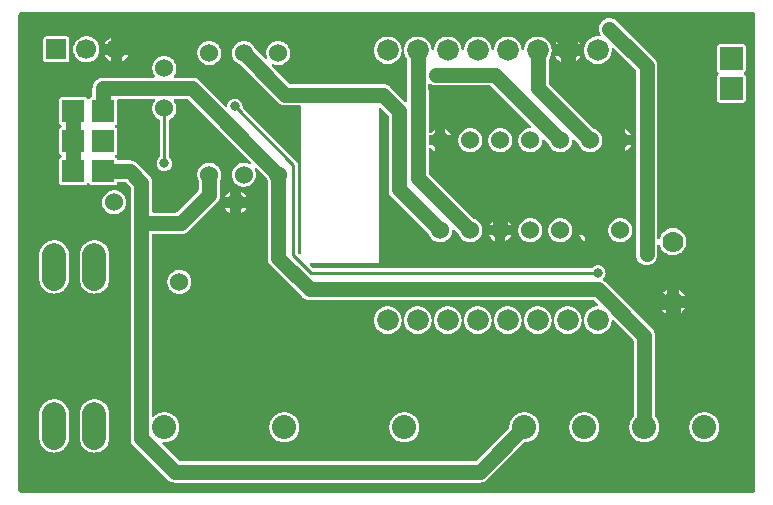
<source format=gbl>
G04 Layer: BottomLayer*
G04 EasyEDA v6.5.9, 2022-07-22 15:44:18*
G04 5ff184f8cbf64bab9cd3d91aa24c5a25,4245c91a3b6e4cf7aa995480f5c7e4a3,10*
G04 Gerber Generator version 0.2*
G04 Scale: 100 percent, Rotated: No, Reflected: No *
G04 Dimensions in millimeters *
G04 leading zeros omitted , absolute positions ,4 integer and 5 decimal *
%FSLAX45Y45*%
%MOMM*%

%ADD10C,4.2000*%
%ADD11C,1.3000*%
%ADD12C,1.6000*%
%ADD13C,0.2540*%
%ADD14C,1.5240*%
%ADD15C,1.8288*%
%ADD16C,1.7000*%
%ADD17C,2.0320*%
%ADD18C,1.7780*%
%ADD19R,1.8796X1.8796*%
%ADD20C,1.0000*%
%ADD21C,0.7000*%
%ADD22C,0.8000*%
%ADD23C,2.0000*%
%ADD24C,0.0104*%

%LPD*%
G36*
X-66395Y10950397D02*
G01*
X-73710Y10951260D01*
X-78181Y10952835D01*
X-82194Y10955223D01*
X-85699Y10958322D01*
X-88493Y10962081D01*
X-90525Y10966297D01*
X-91694Y10970818D01*
X-92202Y10976203D01*
X-92202Y14997785D01*
X-91338Y15005151D01*
X-89763Y15009571D01*
X-87376Y15013584D01*
X-84277Y15017089D01*
X-80518Y15019883D01*
X-76301Y15021915D01*
X-71780Y15023134D01*
X-66395Y15023592D01*
X6120485Y15023592D01*
X6127851Y15022728D01*
X6132271Y15021153D01*
X6136284Y15018816D01*
X6139789Y15015667D01*
X6142583Y15011958D01*
X6144615Y15007691D01*
X6145834Y15003170D01*
X6146292Y14997785D01*
X6146292Y10976203D01*
X6145428Y10968888D01*
X6143853Y10964418D01*
X6141516Y10960404D01*
X6138367Y10956899D01*
X6134658Y10954105D01*
X6130391Y10952073D01*
X6125870Y10950905D01*
X6120485Y10950397D01*
G37*

%LPC*%
G36*
X637133Y14755469D02*
G01*
X687730Y14755469D01*
X687730Y14806015D01*
X685292Y14804898D01*
X673150Y14797532D01*
X662025Y14788692D01*
X652170Y14778482D01*
X643686Y14767102D01*
G37*
G36*
X210820Y11292992D02*
G01*
X225958Y11293906D01*
X240944Y11296650D01*
X255422Y11301171D01*
X269290Y11307419D01*
X282295Y11315293D01*
X294284Y11324691D01*
X305003Y11335410D01*
X314401Y11347399D01*
X322275Y11360404D01*
X328523Y11374272D01*
X333044Y11388750D01*
X335788Y11403736D01*
X336702Y11419230D01*
X336702Y11618569D01*
X335788Y11634063D01*
X333044Y11649049D01*
X328523Y11663527D01*
X322275Y11677396D01*
X314401Y11690400D01*
X305003Y11702389D01*
X294284Y11713108D01*
X282295Y11722506D01*
X269290Y11730380D01*
X255422Y11736628D01*
X240944Y11741150D01*
X225958Y11743893D01*
X210820Y11744807D01*
X195630Y11743893D01*
X180644Y11741150D01*
X166166Y11736628D01*
X152298Y11730380D01*
X139293Y11722506D01*
X127304Y11713108D01*
X116585Y11702389D01*
X107187Y11690400D01*
X99314Y11677396D01*
X93065Y11663527D01*
X88544Y11649049D01*
X85801Y11634063D01*
X84886Y11618569D01*
X84886Y11419230D01*
X85801Y11403736D01*
X88544Y11388750D01*
X93065Y11374272D01*
X99314Y11360404D01*
X107187Y11347399D01*
X116585Y11335410D01*
X127304Y11324691D01*
X139293Y11315293D01*
X152298Y11307419D01*
X166166Y11301171D01*
X180644Y11296650D01*
X195630Y11293906D01*
G37*
G36*
X2159000Y11378692D02*
G01*
X2174392Y11379657D01*
X2189530Y11382400D01*
X2204212Y11386972D01*
X2218232Y11393322D01*
X2231440Y11401298D01*
X2243531Y11410797D01*
X2254402Y11421668D01*
X2263902Y11433759D01*
X2271877Y11446967D01*
X2278227Y11460988D01*
X2282799Y11475669D01*
X2285542Y11490807D01*
X2286508Y11506200D01*
X2285542Y11521592D01*
X2282799Y11536730D01*
X2278227Y11551412D01*
X2271877Y11565432D01*
X2263902Y11578640D01*
X2254402Y11590731D01*
X2243531Y11601602D01*
X2231440Y11611102D01*
X2218232Y11619077D01*
X2204212Y11625427D01*
X2189530Y11629999D01*
X2174392Y11632742D01*
X2159000Y11633708D01*
X2143607Y11632742D01*
X2128469Y11629999D01*
X2113788Y11625427D01*
X2099767Y11619077D01*
X2086559Y11611102D01*
X2074468Y11601602D01*
X2063597Y11590731D01*
X2054098Y11578640D01*
X2046122Y11565432D01*
X2039772Y11551412D01*
X2035200Y11536730D01*
X2032457Y11521592D01*
X2031492Y11506200D01*
X2032457Y11490807D01*
X2035200Y11475669D01*
X2039772Y11460988D01*
X2046122Y11446967D01*
X2054098Y11433759D01*
X2063597Y11421668D01*
X2074468Y11410797D01*
X2086559Y11401298D01*
X2099767Y11393322D01*
X2113788Y11386972D01*
X2128469Y11382400D01*
X2143607Y11379657D01*
G37*
G36*
X4699000Y11378692D02*
G01*
X4714392Y11379657D01*
X4729530Y11382400D01*
X4744212Y11386972D01*
X4758232Y11393322D01*
X4771440Y11401298D01*
X4783531Y11410797D01*
X4794402Y11421668D01*
X4803902Y11433759D01*
X4811877Y11446967D01*
X4818227Y11460988D01*
X4822799Y11475669D01*
X4825542Y11490807D01*
X4826508Y11506200D01*
X4825542Y11521592D01*
X4822799Y11536730D01*
X4818227Y11551412D01*
X4811877Y11565432D01*
X4803902Y11578640D01*
X4794402Y11590731D01*
X4783531Y11601602D01*
X4771440Y11611102D01*
X4758232Y11619077D01*
X4744212Y11625427D01*
X4729530Y11629999D01*
X4714392Y11632742D01*
X4699000Y11633708D01*
X4683607Y11632742D01*
X4668469Y11629999D01*
X4653788Y11625427D01*
X4639767Y11619077D01*
X4626559Y11611102D01*
X4614468Y11601602D01*
X4603597Y11590731D01*
X4594098Y11578640D01*
X4586122Y11565432D01*
X4579772Y11551412D01*
X4575200Y11536730D01*
X4572457Y11521592D01*
X4571492Y11506200D01*
X4572457Y11490807D01*
X4575200Y11475669D01*
X4579772Y11460988D01*
X4586122Y11446967D01*
X4594098Y11433759D01*
X4603597Y11421668D01*
X4614468Y11410797D01*
X4626559Y11401298D01*
X4639767Y11393322D01*
X4653788Y11386972D01*
X4668469Y11382400D01*
X4683607Y11379657D01*
G37*
G36*
X5715000Y11378692D02*
G01*
X5730392Y11379657D01*
X5745530Y11382400D01*
X5760212Y11386972D01*
X5774232Y11393322D01*
X5787440Y11401298D01*
X5799531Y11410797D01*
X5810402Y11421668D01*
X5819902Y11433759D01*
X5827877Y11446967D01*
X5834227Y11460988D01*
X5838799Y11475669D01*
X5841542Y11490807D01*
X5842508Y11506200D01*
X5841542Y11521592D01*
X5838799Y11536730D01*
X5834227Y11551412D01*
X5827877Y11565432D01*
X5819902Y11578640D01*
X5810402Y11590731D01*
X5799531Y11601602D01*
X5787440Y11611102D01*
X5774232Y11619077D01*
X5760212Y11625427D01*
X5745530Y11629999D01*
X5730392Y11632742D01*
X5715000Y11633708D01*
X5699607Y11632742D01*
X5684469Y11629999D01*
X5669788Y11625427D01*
X5655767Y11619077D01*
X5642559Y11611102D01*
X5630468Y11601602D01*
X5619597Y11590731D01*
X5610098Y11578640D01*
X5602122Y11565432D01*
X5595772Y11551412D01*
X5591200Y11536730D01*
X5588457Y11521592D01*
X5587492Y11506200D01*
X5588457Y11490807D01*
X5591200Y11475669D01*
X5595772Y11460988D01*
X5602122Y11446967D01*
X5610098Y11433759D01*
X5619597Y11421668D01*
X5630468Y11410797D01*
X5642559Y11401298D01*
X5655767Y11393322D01*
X5669788Y11386972D01*
X5684469Y11382400D01*
X5699607Y11379657D01*
G37*
G36*
X3175000Y11378692D02*
G01*
X3190392Y11379657D01*
X3205530Y11382400D01*
X3220212Y11386972D01*
X3234232Y11393322D01*
X3247440Y11401298D01*
X3259531Y11410797D01*
X3270402Y11421668D01*
X3279901Y11433759D01*
X3287877Y11446967D01*
X3294227Y11460988D01*
X3298799Y11475669D01*
X3301542Y11490807D01*
X3302508Y11506200D01*
X3301542Y11521592D01*
X3298799Y11536730D01*
X3294227Y11551412D01*
X3287877Y11565432D01*
X3279901Y11578640D01*
X3270402Y11590731D01*
X3259531Y11601602D01*
X3247440Y11611102D01*
X3234232Y11619077D01*
X3220212Y11625427D01*
X3205530Y11629999D01*
X3190392Y11632742D01*
X3175000Y11633708D01*
X3159607Y11632742D01*
X3144469Y11629999D01*
X3129788Y11625427D01*
X3115767Y11619077D01*
X3102559Y11611102D01*
X3090468Y11601602D01*
X3079597Y11590731D01*
X3070098Y11578640D01*
X3062122Y11565432D01*
X3055772Y11551412D01*
X3051200Y11536730D01*
X3048457Y11521592D01*
X3047492Y11506200D01*
X3048457Y11490807D01*
X3051200Y11475669D01*
X3055772Y11460988D01*
X3062122Y11446967D01*
X3070098Y11433759D01*
X3079597Y11421668D01*
X3090468Y11410797D01*
X3102559Y11401298D01*
X3115767Y11393322D01*
X3129788Y11386972D01*
X3144469Y11382400D01*
X3159607Y11379657D01*
G37*
G36*
X1708150Y11392357D02*
G01*
X1710232Y11393322D01*
X1723440Y11401298D01*
X1735531Y11410797D01*
X1746402Y11421668D01*
X1755902Y11433759D01*
X1763877Y11446967D01*
X1764842Y11449050D01*
X1708150Y11449050D01*
G37*
G36*
X2609850Y11392357D02*
G01*
X2609850Y11449050D01*
X2553157Y11449050D01*
X2554122Y11446967D01*
X2562098Y11433759D01*
X2571597Y11421668D01*
X2582468Y11410797D01*
X2594559Y11401298D01*
X2607767Y11393322D01*
G37*
G36*
X2724150Y11392357D02*
G01*
X2726232Y11393322D01*
X2739440Y11401298D01*
X2751531Y11410797D01*
X2762402Y11421668D01*
X2771902Y11433759D01*
X2779877Y11446967D01*
X2780842Y11449050D01*
X2724150Y11449050D01*
G37*
G36*
X1593850Y11392357D02*
G01*
X1593850Y11449050D01*
X1537157Y11449050D01*
X1538122Y11446967D01*
X1546098Y11433759D01*
X1555597Y11421668D01*
X1566468Y11410797D01*
X1578559Y11401298D01*
X1591767Y11393322D01*
G37*
G36*
X3625850Y11392357D02*
G01*
X3625850Y11449050D01*
X3569157Y11449050D01*
X3570122Y11446967D01*
X3578098Y11433759D01*
X3587597Y11421668D01*
X3598468Y11410797D01*
X3610559Y11401298D01*
X3623767Y11393322D01*
G37*
G36*
X3740150Y11392357D02*
G01*
X3742232Y11393322D01*
X3755440Y11401298D01*
X3767531Y11410797D01*
X3778402Y11421668D01*
X3787901Y11433759D01*
X3795877Y11446967D01*
X3796842Y11449050D01*
X3740150Y11449050D01*
G37*
G36*
X1708150Y11563350D02*
G01*
X1764842Y11563350D01*
X1763877Y11565432D01*
X1755902Y11578640D01*
X1746402Y11590731D01*
X1735531Y11601602D01*
X1723440Y11611102D01*
X1710232Y11619077D01*
X1708150Y11620042D01*
G37*
G36*
X2553157Y11563350D02*
G01*
X2609850Y11563350D01*
X2609850Y11620042D01*
X2607767Y11619077D01*
X2594559Y11611102D01*
X2582468Y11601602D01*
X2571597Y11590731D01*
X2562098Y11578640D01*
X2554122Y11565432D01*
G37*
G36*
X3740150Y11563350D02*
G01*
X3796842Y11563350D01*
X3795877Y11565432D01*
X3787901Y11578640D01*
X3778402Y11590731D01*
X3767531Y11601602D01*
X3755440Y11611102D01*
X3742232Y11619077D01*
X3740150Y11620042D01*
G37*
G36*
X3569157Y11563350D02*
G01*
X3625850Y11563350D01*
X3625850Y11620042D01*
X3623767Y11619077D01*
X3610559Y11611102D01*
X3598468Y11601602D01*
X3587597Y11590731D01*
X3578098Y11578640D01*
X3570122Y11565432D01*
G37*
G36*
X1537157Y11563350D02*
G01*
X1593850Y11563350D01*
X1593850Y11620042D01*
X1591767Y11619077D01*
X1578559Y11611102D01*
X1566468Y11601602D01*
X1555597Y11590731D01*
X1546098Y11578640D01*
X1538122Y11565432D01*
G37*
G36*
X2724150Y11563350D02*
G01*
X2780842Y11563350D01*
X2779877Y11565432D01*
X2771902Y11578640D01*
X2762402Y11590731D01*
X2751531Y11601602D01*
X2739440Y11611102D01*
X2726232Y11619077D01*
X2724150Y11620042D01*
G37*
G36*
X5397500Y12467742D02*
G01*
X5397500Y12519660D01*
X5345480Y12519660D01*
X5351373Y12508941D01*
X5359857Y12497308D01*
X5369712Y12486792D01*
X5380837Y12477597D01*
X5392978Y12469876D01*
G37*
G36*
X5499100Y12467742D02*
G01*
X5503621Y12469876D01*
X5515762Y12477597D01*
X5526887Y12486792D01*
X5536742Y12497308D01*
X5545226Y12508941D01*
X5551119Y12519660D01*
X5499100Y12519660D01*
G37*
G36*
X5345480Y12621260D02*
G01*
X5397500Y12621260D01*
X5397500Y12673177D01*
X5392978Y12671044D01*
X5380837Y12663322D01*
X5369712Y12654127D01*
X5359857Y12643612D01*
X5351373Y12631978D01*
G37*
G36*
X5499100Y12621260D02*
G01*
X5551119Y12621260D01*
X5545226Y12631978D01*
X5536742Y12643612D01*
X5526887Y12654127D01*
X5515762Y12663322D01*
X5503621Y12671044D01*
X5499100Y12673177D01*
G37*
G36*
X1266952Y12636093D02*
G01*
X1280617Y12636500D01*
X1294028Y12638786D01*
X1307084Y12642850D01*
X1319428Y12648590D01*
X1330909Y12655905D01*
X1341323Y12664694D01*
X1350518Y12674854D01*
X1358188Y12686080D01*
X1364386Y12698222D01*
X1368856Y12711125D01*
X1371549Y12724485D01*
X1372463Y12738100D01*
X1371549Y12751714D01*
X1368856Y12765074D01*
X1364386Y12777927D01*
X1358188Y12790119D01*
X1350518Y12801346D01*
X1341323Y12811455D01*
X1330909Y12820294D01*
X1319428Y12827609D01*
X1307084Y12833350D01*
X1294028Y12837414D01*
X1280617Y12839649D01*
X1266952Y12840106D01*
X1253388Y12838785D01*
X1240129Y12835585D01*
X1227429Y12830708D01*
X1215440Y12824155D01*
X1204468Y12816078D01*
X1194663Y12806578D01*
X1186230Y12795859D01*
X1179271Y12784124D01*
X1173937Y12771577D01*
X1170330Y12758420D01*
X1168501Y12744907D01*
X1168501Y12731292D01*
X1170330Y12717780D01*
X1173937Y12704622D01*
X1179271Y12692075D01*
X1186230Y12680340D01*
X1194663Y12669621D01*
X1204468Y12660122D01*
X1215440Y12652044D01*
X1227429Y12645491D01*
X1240129Y12640614D01*
X1253388Y12637414D01*
G37*
G36*
X551180Y12639192D02*
G01*
X566369Y12640106D01*
X581304Y12642850D01*
X595833Y12647371D01*
X609701Y12653619D01*
X622706Y12661493D01*
X634644Y12670891D01*
X645414Y12681610D01*
X654761Y12693599D01*
X662635Y12706604D01*
X668883Y12720472D01*
X673404Y12734950D01*
X676148Y12749936D01*
X677113Y12765430D01*
X677113Y12964769D01*
X676148Y12980263D01*
X673404Y12995249D01*
X668883Y13009727D01*
X662635Y13023596D01*
X654761Y13036600D01*
X645414Y13048589D01*
X634644Y13059308D01*
X622706Y13068706D01*
X609701Y13076580D01*
X595833Y13082828D01*
X581304Y13087350D01*
X566369Y13090093D01*
X551180Y13091007D01*
X535990Y13090093D01*
X521055Y13087350D01*
X506526Y13082828D01*
X492658Y13076580D01*
X479653Y13068706D01*
X467715Y13059308D01*
X456946Y13048589D01*
X447598Y13036600D01*
X439724Y13023596D01*
X433476Y13009727D01*
X428955Y12995249D01*
X426212Y12980263D01*
X425297Y12964769D01*
X425297Y12765430D01*
X426212Y12749936D01*
X428955Y12734950D01*
X433476Y12720472D01*
X439724Y12706604D01*
X447598Y12693599D01*
X456946Y12681610D01*
X467715Y12670891D01*
X479653Y12661493D01*
X492658Y12653619D01*
X506526Y12647371D01*
X521055Y12642850D01*
X535990Y12640106D01*
G37*
G36*
X210820Y12639192D02*
G01*
X225958Y12640106D01*
X240944Y12642850D01*
X255422Y12647371D01*
X269290Y12653619D01*
X282295Y12661493D01*
X294284Y12670891D01*
X305003Y12681610D01*
X314401Y12693599D01*
X322275Y12706604D01*
X328523Y12720472D01*
X333044Y12734950D01*
X335788Y12749936D01*
X336702Y12765430D01*
X336702Y12964769D01*
X335788Y12980263D01*
X333044Y12995249D01*
X328523Y13009727D01*
X322275Y13023596D01*
X314401Y13036600D01*
X305003Y13048589D01*
X294284Y13059308D01*
X282295Y13068706D01*
X269290Y13076580D01*
X255422Y13082828D01*
X240944Y13087350D01*
X225958Y13090093D01*
X210820Y13091007D01*
X195630Y13090093D01*
X180644Y13087350D01*
X166166Y13082828D01*
X152298Y13076580D01*
X139293Y13068706D01*
X127304Y13059308D01*
X116585Y13048589D01*
X107187Y13036600D01*
X99314Y13023596D01*
X93065Y13009727D01*
X88544Y12995249D01*
X85801Y12980263D01*
X84886Y12964769D01*
X84886Y12765430D01*
X85801Y12749936D01*
X88544Y12734950D01*
X93065Y12720472D01*
X99314Y12706604D01*
X107187Y12693599D01*
X116585Y12681610D01*
X127304Y12670891D01*
X139293Y12661493D01*
X152298Y12653619D01*
X166166Y12647371D01*
X180644Y12642850D01*
X195630Y12640106D01*
G37*
G36*
X1733905Y12646304D02*
G01*
X1733905Y12693650D01*
X1686610Y12693650D01*
X1687271Y12692075D01*
X1694230Y12680340D01*
X1702663Y12669621D01*
X1712468Y12660122D01*
X1723440Y12652044D01*
G37*
G36*
X1822805Y12646456D02*
G01*
X1827428Y12648590D01*
X1838909Y12655905D01*
X1849323Y12664694D01*
X1858518Y12674854D01*
X1866188Y12686080D01*
X1870049Y12693650D01*
X1822805Y12693650D01*
G37*
G36*
X1822805Y12782550D02*
G01*
X1870049Y12782550D01*
X1866188Y12790119D01*
X1858518Y12801346D01*
X1849323Y12811455D01*
X1838909Y12820294D01*
X1827428Y12827609D01*
X1822805Y12829743D01*
G37*
G36*
X1686610Y12782550D02*
G01*
X1733905Y12782550D01*
X1733905Y12829895D01*
X1723440Y12824155D01*
X1712468Y12816078D01*
X1702663Y12806578D01*
X1694230Y12795859D01*
X1687271Y12784124D01*
G37*
G36*
X5220360Y12882118D02*
G01*
X5232755Y12882118D01*
X5245049Y12883794D01*
X5256987Y12887147D01*
X5268366Y12892125D01*
X5278983Y12898526D01*
X5288584Y12906349D01*
X5297068Y12915442D01*
X5304231Y12925552D01*
X5309920Y12936575D01*
X5314086Y12948259D01*
X5316575Y12960400D01*
X5317490Y12973151D01*
X5317490Y13046963D01*
X5318302Y13051028D01*
X5320741Y13054431D01*
X5324297Y13056565D01*
X5328462Y13057073D01*
X5332425Y13055904D01*
X5335625Y13053212D01*
X5337454Y13049453D01*
X5339130Y13043001D01*
X5344414Y13029590D01*
X5351373Y13016941D01*
X5359857Y13005308D01*
X5369712Y12994792D01*
X5380837Y12985597D01*
X5392978Y12977876D01*
X5406034Y12971729D01*
X5419750Y12967258D01*
X5433923Y12964566D01*
X5448300Y12963652D01*
X5462676Y12964566D01*
X5476849Y12967258D01*
X5490565Y12971729D01*
X5503621Y12977876D01*
X5515762Y12985597D01*
X5526887Y12994792D01*
X5536742Y13005308D01*
X5545226Y13016941D01*
X5552186Y13029590D01*
X5557469Y13043001D01*
X5561076Y13056971D01*
X5562854Y13071246D01*
X5562854Y13085673D01*
X5561076Y13099948D01*
X5557469Y13113918D01*
X5552186Y13127329D01*
X5545226Y13139978D01*
X5536742Y13151612D01*
X5526887Y13162127D01*
X5515762Y13171322D01*
X5503621Y13179044D01*
X5490565Y13185190D01*
X5476849Y13189661D01*
X5462676Y13192353D01*
X5448300Y13193268D01*
X5433923Y13192353D01*
X5419750Y13189661D01*
X5406034Y13185190D01*
X5392978Y13179044D01*
X5380837Y13171322D01*
X5369712Y13162127D01*
X5359857Y13151612D01*
X5351373Y13139978D01*
X5344414Y13127329D01*
X5339130Y13113918D01*
X5337454Y13107466D01*
X5335625Y13103707D01*
X5332425Y13101015D01*
X5328462Y13099846D01*
X5324297Y13100354D01*
X5320741Y13102488D01*
X5318302Y13105892D01*
X5317490Y13109956D01*
X5317490Y14567154D01*
X5316982Y14576856D01*
X5314848Y14589099D01*
X5314137Y14591741D01*
X5310022Y14603476D01*
X5304332Y14614499D01*
X5298897Y14622475D01*
X5297170Y14624659D01*
X5290667Y14631873D01*
X4976622Y14945918D01*
X4967020Y14954300D01*
X4956657Y14961057D01*
X4945430Y14966391D01*
X4933645Y14970150D01*
X4921402Y14972284D01*
X4909007Y14972690D01*
X4896662Y14971420D01*
X4884623Y14968474D01*
X4873091Y14963952D01*
X4862271Y14957856D01*
X4852365Y14950338D01*
X4843627Y14941600D01*
X4836109Y14931694D01*
X4830013Y14920874D01*
X4825492Y14909342D01*
X4822545Y14897303D01*
X4821275Y14884958D01*
X4821682Y14872563D01*
X4823815Y14860320D01*
X4827574Y14848535D01*
X4832908Y14837308D01*
X4836972Y14831110D01*
X4838547Y14826945D01*
X4838141Y14822474D01*
X4835906Y14818613D01*
X4832248Y14816074D01*
X4827828Y14815413D01*
X4813300Y14816328D01*
X4798618Y14815362D01*
X4784140Y14812619D01*
X4770120Y14808047D01*
X4756759Y14801799D01*
X4744313Y14793925D01*
X4732985Y14784527D01*
X4722876Y14773757D01*
X4714240Y14761870D01*
X4707128Y14748916D01*
X4701692Y14735251D01*
X4698034Y14720976D01*
X4696206Y14706346D01*
X4696206Y14691613D01*
X4698034Y14676983D01*
X4701692Y14662708D01*
X4707128Y14649043D01*
X4714240Y14636089D01*
X4722876Y14624202D01*
X4732985Y14613432D01*
X4744313Y14604034D01*
X4756759Y14596160D01*
X4770120Y14589912D01*
X4784140Y14585340D01*
X4798618Y14582597D01*
X4813300Y14581632D01*
X4827981Y14582597D01*
X4842459Y14585340D01*
X4856480Y14589912D01*
X4869840Y14596160D01*
X4882286Y14604034D01*
X4893614Y14613432D01*
X4903724Y14624202D01*
X4912360Y14636089D01*
X4919472Y14649043D01*
X4924907Y14662708D01*
X4928565Y14676983D01*
X4930394Y14691613D01*
X4930394Y14706346D01*
X4929987Y14709698D01*
X4930292Y14713864D01*
X4932273Y14717522D01*
X4935575Y14720112D01*
X4939639Y14721128D01*
X4943754Y14720468D01*
X4947259Y14718182D01*
X5132679Y14532711D01*
X5134864Y14529409D01*
X5135626Y14525548D01*
X5135626Y12973151D01*
X5136540Y12960400D01*
X5139029Y12948259D01*
X5143195Y12936575D01*
X5148884Y12925552D01*
X5156047Y12915442D01*
X5164531Y12906349D01*
X5174132Y12898526D01*
X5184749Y12892125D01*
X5196128Y12887147D01*
X5208066Y12883794D01*
G37*
G36*
X4498187Y13072973D02*
G01*
X4511802Y13074294D01*
X4525060Y13077494D01*
X4537760Y13082371D01*
X4549749Y13088924D01*
X4560722Y13097002D01*
X4570526Y13106501D01*
X4578959Y13117220D01*
X4585919Y13128955D01*
X4591253Y13141502D01*
X4594860Y13154660D01*
X4596638Y13168172D01*
X4596638Y13181787D01*
X4594860Y13195300D01*
X4591253Y13208457D01*
X4585919Y13221004D01*
X4578959Y13232739D01*
X4570526Y13243458D01*
X4560722Y13252957D01*
X4549749Y13261035D01*
X4537760Y13267588D01*
X4525060Y13272465D01*
X4511802Y13275665D01*
X4498187Y13276986D01*
X4484573Y13276529D01*
X4471111Y13274294D01*
X4458106Y13270230D01*
X4445711Y13264489D01*
X4434230Y13257174D01*
X4423816Y13248386D01*
X4414672Y13238226D01*
X4406950Y13226999D01*
X4400804Y13214857D01*
X4396333Y13201954D01*
X4393641Y13188594D01*
X4392726Y13174980D01*
X4393641Y13161365D01*
X4396333Y13148005D01*
X4400804Y13135101D01*
X4406950Y13122960D01*
X4414672Y13111734D01*
X4423816Y13101574D01*
X4434230Y13092785D01*
X4445711Y13085470D01*
X4458106Y13079730D01*
X4471111Y13075665D01*
X4484573Y13073430D01*
G37*
G36*
X5006187Y13072973D02*
G01*
X5019802Y13074294D01*
X5033060Y13077494D01*
X5045760Y13082371D01*
X5057749Y13088924D01*
X5068722Y13097002D01*
X5078526Y13106501D01*
X5086959Y13117220D01*
X5093919Y13128955D01*
X5099253Y13141502D01*
X5102860Y13154660D01*
X5104638Y13168172D01*
X5104638Y13181787D01*
X5102860Y13195300D01*
X5099253Y13208457D01*
X5093919Y13221004D01*
X5086959Y13232739D01*
X5078526Y13243458D01*
X5068722Y13252957D01*
X5057749Y13261035D01*
X5045760Y13267588D01*
X5033060Y13272465D01*
X5019802Y13275665D01*
X5006187Y13276986D01*
X4992573Y13276529D01*
X4979111Y13274294D01*
X4966106Y13270230D01*
X4953711Y13264489D01*
X4942230Y13257174D01*
X4931816Y13248386D01*
X4922672Y13238226D01*
X4914950Y13226999D01*
X4908804Y13214857D01*
X4904333Y13201954D01*
X4901641Y13188594D01*
X4900726Y13174980D01*
X4901641Y13161365D01*
X4904333Y13148005D01*
X4908804Y13135101D01*
X4914950Y13122960D01*
X4922672Y13111734D01*
X4931816Y13101574D01*
X4942230Y13092785D01*
X4953711Y13085470D01*
X4966106Y13079730D01*
X4979111Y13075665D01*
X4992573Y13073430D01*
G37*
G36*
X4244187Y13072973D02*
G01*
X4257802Y13074294D01*
X4271060Y13077494D01*
X4283760Y13082371D01*
X4295749Y13088924D01*
X4306722Y13097002D01*
X4316526Y13106501D01*
X4324959Y13117220D01*
X4331919Y13128955D01*
X4337253Y13141502D01*
X4340860Y13154660D01*
X4342638Y13168172D01*
X4342638Y13181787D01*
X4340860Y13195300D01*
X4337253Y13208457D01*
X4331919Y13221004D01*
X4324959Y13232739D01*
X4316526Y13243458D01*
X4306722Y13252957D01*
X4295749Y13261035D01*
X4283760Y13267588D01*
X4271060Y13272465D01*
X4257802Y13275665D01*
X4244187Y13276986D01*
X4230573Y13276529D01*
X4217111Y13274294D01*
X4204106Y13270230D01*
X4191711Y13264489D01*
X4180230Y13257174D01*
X4169816Y13248386D01*
X4160672Y13238226D01*
X4152950Y13226999D01*
X4146804Y13214857D01*
X4142333Y13201954D01*
X4139641Y13188594D01*
X4138726Y13174980D01*
X4139641Y13161365D01*
X4142333Y13148005D01*
X4146804Y13135101D01*
X4152950Y13122960D01*
X4160672Y13111734D01*
X4169816Y13101574D01*
X4180230Y13092785D01*
X4191711Y13085470D01*
X4204106Y13079730D01*
X4217111Y13075665D01*
X4230573Y13073430D01*
G37*
G36*
X551180Y11292992D02*
G01*
X566369Y11293906D01*
X581304Y11296650D01*
X595833Y11301171D01*
X609701Y11307419D01*
X622706Y11315293D01*
X634644Y11324691D01*
X645414Y11335410D01*
X654761Y11347399D01*
X662635Y11360404D01*
X668883Y11374272D01*
X673404Y11388750D01*
X676148Y11403736D01*
X677113Y11419230D01*
X677113Y11618569D01*
X676148Y11634063D01*
X673404Y11649049D01*
X668883Y11663527D01*
X662635Y11677396D01*
X654761Y11690400D01*
X645414Y11702389D01*
X634644Y11713108D01*
X622706Y11722506D01*
X609701Y11730380D01*
X595833Y11736628D01*
X581304Y11741150D01*
X566369Y11743893D01*
X551180Y11744807D01*
X535990Y11743893D01*
X521055Y11741150D01*
X506526Y11736628D01*
X492658Y11730380D01*
X479653Y11722506D01*
X467715Y11713108D01*
X456946Y11702389D01*
X447598Y11690400D01*
X439724Y11677396D01*
X433476Y11663527D01*
X428955Y11649049D01*
X426212Y11634063D01*
X425297Y11618569D01*
X425297Y11419230D01*
X426212Y11403736D01*
X428955Y11388750D01*
X433476Y11374272D01*
X439724Y11360404D01*
X447598Y11347399D01*
X456946Y11335410D01*
X467715Y11324691D01*
X479653Y11315293D01*
X492658Y11307419D01*
X506526Y11301171D01*
X521055Y11296650D01*
X535990Y11293906D01*
G37*
G36*
X4793234Y13083184D02*
G01*
X4803749Y13088924D01*
X4814722Y13097002D01*
X4824526Y13106501D01*
X4832959Y13117220D01*
X4839919Y13128955D01*
X4840579Y13130530D01*
X4793234Y13130530D01*
G37*
G36*
X4031234Y13083184D02*
G01*
X4041749Y13088924D01*
X4052722Y13097002D01*
X4062526Y13106501D01*
X4070959Y13117220D01*
X4077919Y13128955D01*
X4078579Y13130530D01*
X4031234Y13130530D01*
G37*
G36*
X4704334Y13083336D02*
G01*
X4704334Y13130530D01*
X4657140Y13130530D01*
X4660950Y13122960D01*
X4668672Y13111734D01*
X4677816Y13101574D01*
X4688230Y13092785D01*
X4699711Y13085470D01*
G37*
G36*
X3942334Y13083336D02*
G01*
X3942334Y13130530D01*
X3895140Y13130530D01*
X3898950Y13122960D01*
X3906672Y13111734D01*
X3915816Y13101574D01*
X3926230Y13092785D01*
X3937711Y13085470D01*
G37*
G36*
X4657140Y13219430D02*
G01*
X4704334Y13219430D01*
X4704334Y13266623D01*
X4699711Y13264489D01*
X4688230Y13257174D01*
X4677816Y13248386D01*
X4668672Y13238226D01*
X4660950Y13226999D01*
G37*
G36*
X3895140Y13219430D02*
G01*
X3942334Y13219430D01*
X3942334Y13266623D01*
X3937711Y13264489D01*
X3926230Y13257174D01*
X3915816Y13248386D01*
X3906672Y13238226D01*
X3898950Y13226999D01*
G37*
G36*
X4793234Y13219430D02*
G01*
X4840579Y13219430D01*
X4839919Y13221004D01*
X4832959Y13232739D01*
X4824526Y13243458D01*
X4814722Y13252957D01*
X4803749Y13261035D01*
X4793234Y13266775D01*
G37*
G36*
X4031234Y13219430D02*
G01*
X4078579Y13219430D01*
X4077919Y13221004D01*
X4070959Y13232739D01*
X4062526Y13243458D01*
X4052722Y13252957D01*
X4041749Y13261035D01*
X4031234Y13266775D01*
G37*
G36*
X720293Y13309193D02*
G01*
X733856Y13310514D01*
X747166Y13313714D01*
X759866Y13318591D01*
X771855Y13325144D01*
X782828Y13333222D01*
X792632Y13342721D01*
X801065Y13353440D01*
X808024Y13365175D01*
X813358Y13377722D01*
X816914Y13390880D01*
X818743Y13404392D01*
X818743Y13418007D01*
X816914Y13431519D01*
X813358Y13444677D01*
X808024Y13457224D01*
X801065Y13468959D01*
X792632Y13479678D01*
X782828Y13489178D01*
X771855Y13497255D01*
X759866Y13503808D01*
X747166Y13508685D01*
X733856Y13511885D01*
X720293Y13513206D01*
X706678Y13512749D01*
X693216Y13510513D01*
X680212Y13506450D01*
X667816Y13500709D01*
X656336Y13493394D01*
X645922Y13484606D01*
X636778Y13474446D01*
X629056Y13463219D01*
X622909Y13451078D01*
X618439Y13438174D01*
X615746Y13424814D01*
X614832Y13411200D01*
X615746Y13397585D01*
X618439Y13384225D01*
X622909Y13371322D01*
X629056Y13359180D01*
X636778Y13347954D01*
X645922Y13337794D01*
X656336Y13329005D01*
X667816Y13321690D01*
X680212Y13315950D01*
X693216Y13311886D01*
X706678Y13309650D01*
G37*
G36*
X1791360Y13319404D02*
G01*
X1801825Y13325144D01*
X1812798Y13333222D01*
X1822602Y13342721D01*
X1831086Y13353440D01*
X1837994Y13365175D01*
X1838706Y13366750D01*
X1791360Y13366750D01*
G37*
G36*
X1702460Y13319556D02*
G01*
X1702460Y13366750D01*
X1655216Y13366750D01*
X1659077Y13359180D01*
X1666798Y13347954D01*
X1675942Y13337794D01*
X1686356Y13329005D01*
X1697837Y13321690D01*
G37*
G36*
X1655216Y13455650D02*
G01*
X1702460Y13455650D01*
X1702460Y13502843D01*
X1697837Y13500709D01*
X1686356Y13493394D01*
X1675942Y13484606D01*
X1666798Y13474446D01*
X1659077Y13463219D01*
G37*
G36*
X1791360Y13455650D02*
G01*
X1838706Y13455650D01*
X1837994Y13457224D01*
X1831086Y13468959D01*
X1822602Y13479678D01*
X1812798Y13489178D01*
X1801825Y13497255D01*
X1791360Y13502995D01*
G37*
G36*
X3736187Y13834973D02*
G01*
X3749801Y13836294D01*
X3763060Y13839494D01*
X3775760Y13844371D01*
X3787749Y13850924D01*
X3798722Y13859001D01*
X3808526Y13868501D01*
X3816959Y13879220D01*
X3823919Y13890955D01*
X3829253Y13903502D01*
X3832860Y13916660D01*
X3834637Y13930172D01*
X3834637Y13943787D01*
X3832860Y13957300D01*
X3829253Y13970457D01*
X3823919Y13983004D01*
X3816959Y13994739D01*
X3808526Y14005458D01*
X3798722Y14014957D01*
X3787749Y14023035D01*
X3775760Y14029588D01*
X3763060Y14034465D01*
X3749801Y14037665D01*
X3736187Y14038986D01*
X3722573Y14038529D01*
X3709111Y14036294D01*
X3696106Y14032230D01*
X3683711Y14026489D01*
X3672230Y14019174D01*
X3661816Y14010386D01*
X3652672Y14000226D01*
X3644950Y13988999D01*
X3638804Y13976857D01*
X3634333Y13963954D01*
X3631641Y13950594D01*
X3630726Y13936980D01*
X3631641Y13923365D01*
X3634333Y13910005D01*
X3638804Y13897101D01*
X3644950Y13884960D01*
X3652672Y13873734D01*
X3661816Y13863574D01*
X3672230Y13854785D01*
X3683711Y13847470D01*
X3696106Y13841730D01*
X3709111Y13837666D01*
X3722573Y13835430D01*
G37*
G36*
X3990187Y13834973D02*
G01*
X4003801Y13836294D01*
X4017060Y13839494D01*
X4029760Y13844371D01*
X4041749Y13850924D01*
X4052722Y13859001D01*
X4062526Y13868501D01*
X4070959Y13879220D01*
X4077919Y13890955D01*
X4083253Y13903502D01*
X4086860Y13916660D01*
X4088637Y13930172D01*
X4088637Y13943787D01*
X4086860Y13957300D01*
X4083253Y13970457D01*
X4077919Y13983004D01*
X4070959Y13994739D01*
X4062526Y14005458D01*
X4052722Y14014957D01*
X4041749Y14023035D01*
X4029760Y14029588D01*
X4017060Y14034465D01*
X4003801Y14037665D01*
X3990187Y14038986D01*
X3976573Y14038529D01*
X3963111Y14036294D01*
X3950106Y14032230D01*
X3937711Y14026489D01*
X3926230Y14019174D01*
X3915816Y14010386D01*
X3906672Y14000226D01*
X3898950Y13988999D01*
X3892804Y13976857D01*
X3888333Y13963954D01*
X3885641Y13950594D01*
X3884726Y13936980D01*
X3885641Y13923365D01*
X3888333Y13910005D01*
X3892804Y13897101D01*
X3898950Y13884960D01*
X3906672Y13873734D01*
X3915816Y13863574D01*
X3926230Y13854785D01*
X3937711Y13847470D01*
X3950106Y13841730D01*
X3963111Y13837666D01*
X3976573Y13835430D01*
G37*
G36*
X3523234Y13845184D02*
G01*
X3533749Y13850924D01*
X3544722Y13859001D01*
X3554526Y13868501D01*
X3562959Y13879220D01*
X3569919Y13890955D01*
X3570579Y13892530D01*
X3523234Y13892530D01*
G37*
G36*
X5047234Y13845184D02*
G01*
X5057749Y13850924D01*
X5068722Y13859001D01*
X5078526Y13868501D01*
X5086959Y13879220D01*
X5093919Y13890955D01*
X5094579Y13892530D01*
X5047234Y13892530D01*
G37*
G36*
X4958334Y13845336D02*
G01*
X4958334Y13892530D01*
X4911140Y13892530D01*
X4914950Y13884960D01*
X4922672Y13873734D01*
X4931816Y13863574D01*
X4942230Y13854785D01*
X4953711Y13847470D01*
G37*
G36*
X4911140Y13981430D02*
G01*
X4958334Y13981430D01*
X4958334Y14028623D01*
X4953711Y14026489D01*
X4942230Y14019174D01*
X4931816Y14010386D01*
X4922672Y14000226D01*
X4914950Y13988999D01*
G37*
G36*
X5047234Y13981430D02*
G01*
X5094579Y13981430D01*
X5093919Y13983004D01*
X5086959Y13994739D01*
X5078526Y14005458D01*
X5068722Y14014957D01*
X5057749Y14023035D01*
X5047234Y14028775D01*
G37*
G36*
X3523234Y13981430D02*
G01*
X3570579Y13981430D01*
X3569919Y13983004D01*
X3562959Y13994739D01*
X3554526Y14005458D01*
X3544722Y14014957D01*
X3533749Y14023035D01*
X3523234Y14028775D01*
G37*
G36*
X5847638Y14253972D02*
G01*
X6039561Y14253972D01*
X6045860Y14254683D01*
X6051346Y14256613D01*
X6056223Y14259661D01*
X6060338Y14263776D01*
X6063386Y14268653D01*
X6065316Y14274139D01*
X6066028Y14280438D01*
X6066028Y14472361D01*
X6065316Y14478660D01*
X6063386Y14484146D01*
X6060338Y14489023D01*
X6056223Y14493138D01*
X6053582Y14494814D01*
X6050635Y14497608D01*
X6049010Y14501368D01*
X6049010Y14505432D01*
X6050635Y14509191D01*
X6053582Y14511985D01*
X6056223Y14513661D01*
X6060338Y14517776D01*
X6063386Y14522653D01*
X6065316Y14528139D01*
X6066028Y14534438D01*
X6066028Y14726361D01*
X6065316Y14732660D01*
X6063386Y14738146D01*
X6060338Y14743023D01*
X6056223Y14747138D01*
X6051346Y14750186D01*
X6045860Y14752116D01*
X6039561Y14752828D01*
X5847638Y14752828D01*
X5841339Y14752116D01*
X5835853Y14750186D01*
X5830976Y14747138D01*
X5826861Y14743023D01*
X5823813Y14738146D01*
X5821883Y14732660D01*
X5821172Y14726361D01*
X5821172Y14534438D01*
X5821883Y14528139D01*
X5823813Y14522653D01*
X5826861Y14517776D01*
X5830976Y14513661D01*
X5833618Y14511985D01*
X5836564Y14509191D01*
X5838190Y14505432D01*
X5838190Y14501368D01*
X5836564Y14497608D01*
X5833618Y14494814D01*
X5830976Y14493138D01*
X5826861Y14489023D01*
X5823813Y14484146D01*
X5821883Y14478660D01*
X5821172Y14472361D01*
X5821172Y14280438D01*
X5821883Y14274139D01*
X5823813Y14268653D01*
X5826861Y14263776D01*
X5830976Y14259661D01*
X5835853Y14256613D01*
X5841339Y14254683D01*
G37*
G36*
X1524000Y14573402D02*
G01*
X1537614Y14574316D01*
X1550974Y14577060D01*
X1563878Y14581530D01*
X1576019Y14587677D01*
X1587246Y14595398D01*
X1597406Y14604542D01*
X1606194Y14614956D01*
X1613509Y14626437D01*
X1619250Y14638832D01*
X1623314Y14651837D01*
X1625549Y14665299D01*
X1626006Y14678913D01*
X1624685Y14692477D01*
X1621485Y14705736D01*
X1616608Y14718487D01*
X1610055Y14730425D01*
X1601978Y14741398D01*
X1592478Y14751202D01*
X1581759Y14759686D01*
X1570024Y14766594D01*
X1557477Y14771928D01*
X1544320Y14775535D01*
X1530807Y14777364D01*
X1517192Y14777364D01*
X1503680Y14775535D01*
X1490522Y14771928D01*
X1477975Y14766594D01*
X1466240Y14759686D01*
X1455521Y14751202D01*
X1446022Y14741398D01*
X1437944Y14730425D01*
X1431391Y14718487D01*
X1426514Y14705736D01*
X1423314Y14692477D01*
X1421993Y14678913D01*
X1422450Y14665299D01*
X1424686Y14651837D01*
X1428750Y14638832D01*
X1434490Y14626437D01*
X1441805Y14614956D01*
X1450594Y14604542D01*
X1460754Y14595398D01*
X1471980Y14587677D01*
X1484122Y14581530D01*
X1497025Y14577060D01*
X1510385Y14574316D01*
G37*
G36*
X4611370Y14594078D02*
G01*
X4615840Y14596160D01*
X4628286Y14604034D01*
X4639614Y14613432D01*
X4649724Y14624202D01*
X4658360Y14636089D01*
X4664303Y14646910D01*
X4611370Y14646910D01*
G37*
G36*
X4507230Y14594078D02*
G01*
X4507230Y14646910D01*
X4454296Y14646910D01*
X4460240Y14636089D01*
X4468876Y14624202D01*
X4478985Y14613432D01*
X4490313Y14604034D01*
X4502759Y14596160D01*
G37*
G36*
X144170Y14595703D02*
G01*
X313029Y14595703D01*
X319328Y14596414D01*
X324815Y14598294D01*
X329692Y14601393D01*
X333806Y14605507D01*
X336905Y14610384D01*
X338785Y14615871D01*
X339496Y14622170D01*
X339496Y14791029D01*
X338785Y14797328D01*
X336905Y14802815D01*
X333806Y14807692D01*
X329692Y14811806D01*
X324815Y14814905D01*
X319328Y14816785D01*
X313029Y14817496D01*
X144170Y14817496D01*
X137871Y14816785D01*
X132384Y14814905D01*
X127508Y14811806D01*
X123393Y14807692D01*
X120294Y14802815D01*
X118414Y14797328D01*
X117703Y14791029D01*
X117703Y14622170D01*
X118414Y14615871D01*
X120294Y14610384D01*
X123393Y14605507D01*
X127508Y14601393D01*
X132384Y14598294D01*
X137871Y14596414D01*
G37*
G36*
X486156Y14595754D02*
G01*
X500278Y14597126D01*
X514146Y14600275D01*
X527507Y14605203D01*
X540105Y14611756D01*
X551738Y14619884D01*
X562254Y14629434D01*
X571449Y14640255D01*
X579221Y14652193D01*
X585368Y14664994D01*
X589838Y14678456D01*
X592582Y14692426D01*
X593496Y14706600D01*
X592582Y14720773D01*
X589838Y14734743D01*
X585368Y14748205D01*
X579221Y14761006D01*
X571449Y14772944D01*
X562254Y14783765D01*
X551738Y14793315D01*
X540105Y14801443D01*
X527507Y14807996D01*
X514146Y14812924D01*
X500278Y14816074D01*
X486156Y14817445D01*
X471932Y14816988D01*
X457911Y14814702D01*
X444296Y14810638D01*
X431292Y14804898D01*
X419150Y14797532D01*
X408025Y14788692D01*
X398170Y14778482D01*
X389686Y14767102D01*
X382676Y14754707D01*
X377342Y14741550D01*
X373735Y14727783D01*
X371957Y14713712D01*
X371957Y14699488D01*
X373735Y14685416D01*
X377342Y14671649D01*
X382676Y14658492D01*
X389686Y14646097D01*
X398170Y14634718D01*
X408025Y14624507D01*
X419150Y14615668D01*
X431292Y14608301D01*
X444296Y14602510D01*
X457911Y14598497D01*
X471932Y14596211D01*
G37*
G36*
X687730Y14607184D02*
G01*
X687730Y14657730D01*
X637133Y14657730D01*
X643686Y14646097D01*
X652170Y14634718D01*
X662025Y14624507D01*
X673150Y14615668D01*
X685292Y14608301D01*
G37*
G36*
X785469Y14607286D02*
G01*
X794105Y14611756D01*
X805738Y14619884D01*
X816254Y14629434D01*
X825449Y14640255D01*
X833221Y14652193D01*
X835914Y14657730D01*
X785469Y14657730D01*
G37*
G36*
X4611370Y14751050D02*
G01*
X4664303Y14751050D01*
X4658360Y14761870D01*
X4649724Y14773757D01*
X4639614Y14784527D01*
X4628286Y14793925D01*
X4615840Y14801799D01*
X4611370Y14803882D01*
G37*
G36*
X4454296Y14751050D02*
G01*
X4507230Y14751050D01*
X4507230Y14803882D01*
X4502759Y14801799D01*
X4490313Y14793925D01*
X4478985Y14784527D01*
X4468876Y14773757D01*
X4460240Y14761870D01*
G37*
G36*
X785469Y14755469D02*
G01*
X835914Y14755469D01*
X833221Y14761006D01*
X825449Y14772944D01*
X816254Y14783765D01*
X805738Y14793315D01*
X794105Y14801443D01*
X785469Y14805913D01*
G37*
G36*
X1231900Y11038586D02*
G01*
X3814064Y11038586D01*
X3823766Y11039094D01*
X3836009Y11041227D01*
X3838651Y11041938D01*
X3850386Y11046053D01*
X3861409Y11051743D01*
X3869385Y11057178D01*
X3871569Y11058906D01*
X3878783Y11065408D01*
X4189425Y11376050D01*
X4192422Y11378133D01*
X4195978Y11378996D01*
X4206392Y11379657D01*
X4221530Y11382400D01*
X4236212Y11386972D01*
X4250232Y11393322D01*
X4263440Y11401298D01*
X4275531Y11410797D01*
X4286402Y11421668D01*
X4295902Y11433759D01*
X4303877Y11446967D01*
X4310227Y11460988D01*
X4314799Y11475669D01*
X4317542Y11490807D01*
X4318508Y11506200D01*
X4317542Y11521592D01*
X4314799Y11536730D01*
X4310227Y11551412D01*
X4303877Y11565432D01*
X4295902Y11578640D01*
X4286402Y11590731D01*
X4275531Y11601602D01*
X4263440Y11611102D01*
X4250232Y11619077D01*
X4236212Y11625427D01*
X4221530Y11629999D01*
X4206392Y11632742D01*
X4191000Y11633708D01*
X4175607Y11632742D01*
X4160469Y11629999D01*
X4145787Y11625427D01*
X4131767Y11619077D01*
X4118559Y11611102D01*
X4106468Y11601602D01*
X4095597Y11590731D01*
X4086098Y11578640D01*
X4078122Y11565432D01*
X4071772Y11551412D01*
X4067200Y11536730D01*
X4064457Y11521592D01*
X4063796Y11511178D01*
X4062933Y11507622D01*
X4060850Y11504625D01*
X3779621Y11223396D01*
X3776319Y11221212D01*
X3772458Y11220450D01*
X1273505Y11220450D01*
X1269644Y11221212D01*
X1266342Y11223396D01*
X1127912Y11361826D01*
X1125677Y11365230D01*
X1124915Y11369192D01*
X1125829Y11373205D01*
X1128217Y11376456D01*
X1131671Y11378590D01*
X1135684Y11379149D01*
X1143000Y11378692D01*
X1158392Y11379657D01*
X1173530Y11382400D01*
X1188212Y11386972D01*
X1202232Y11393322D01*
X1215440Y11401298D01*
X1227531Y11410797D01*
X1238402Y11421668D01*
X1247902Y11433759D01*
X1255877Y11446967D01*
X1262227Y11460988D01*
X1266799Y11475669D01*
X1269542Y11490807D01*
X1270508Y11506200D01*
X1269542Y11521592D01*
X1266799Y11536730D01*
X1262227Y11551412D01*
X1255877Y11565432D01*
X1247902Y11578640D01*
X1238402Y11590731D01*
X1227531Y11601602D01*
X1215440Y11611102D01*
X1202232Y11619077D01*
X1188212Y11625427D01*
X1173530Y11629999D01*
X1158392Y11632742D01*
X1143000Y11633708D01*
X1127607Y11632742D01*
X1112469Y11629999D01*
X1097788Y11625427D01*
X1083767Y11619077D01*
X1070559Y11611102D01*
X1058468Y11601602D01*
X1056690Y11599875D01*
X1053388Y11597640D01*
X1049528Y11596878D01*
X1045616Y11597640D01*
X1042314Y11599875D01*
X1040130Y11603177D01*
X1039368Y11607038D01*
X1039368Y13132307D01*
X1040130Y13136219D01*
X1042314Y13139521D01*
X1045616Y13141706D01*
X1049528Y13142468D01*
X1282446Y13142468D01*
X1292148Y13142976D01*
X1304391Y13145109D01*
X1307033Y13145820D01*
X1318768Y13149935D01*
X1329791Y13155625D01*
X1337767Y13161060D01*
X1339951Y13162788D01*
X1347165Y13169290D01*
X1588109Y13410234D01*
X1594612Y13417448D01*
X1596339Y13419632D01*
X1601774Y13427608D01*
X1607464Y13438632D01*
X1611579Y13450366D01*
X1612290Y13453008D01*
X1614424Y13465251D01*
X1614932Y13474954D01*
X1614932Y13597178D01*
X1615846Y13601446D01*
X1619250Y13608812D01*
X1623314Y13621816D01*
X1625549Y13635278D01*
X1626006Y13648893D01*
X1624685Y13662456D01*
X1621485Y13675766D01*
X1616608Y13688466D01*
X1610055Y13700455D01*
X1601978Y13711428D01*
X1592478Y13721232D01*
X1581759Y13729665D01*
X1570024Y13736624D01*
X1557477Y13741958D01*
X1544320Y13745514D01*
X1530807Y13747343D01*
X1517192Y13747343D01*
X1503680Y13745514D01*
X1490522Y13741958D01*
X1477975Y13736624D01*
X1466240Y13729665D01*
X1455521Y13721232D01*
X1446022Y13711428D01*
X1437944Y13700455D01*
X1431391Y13688466D01*
X1426514Y13675766D01*
X1423314Y13662456D01*
X1421993Y13648893D01*
X1422450Y13635278D01*
X1424686Y13621816D01*
X1428750Y13608812D01*
X1432153Y13601446D01*
X1433068Y13597178D01*
X1433068Y13516559D01*
X1432306Y13512698D01*
X1430121Y13509396D01*
X1248003Y13327278D01*
X1244701Y13325094D01*
X1240840Y13324332D01*
X1049528Y13324332D01*
X1045616Y13325094D01*
X1042314Y13327278D01*
X1040130Y13330580D01*
X1039368Y13334492D01*
X1039368Y13576554D01*
X1038860Y13586155D01*
X1038504Y13589000D01*
X1036726Y13598398D01*
X1036015Y13601192D01*
X1031900Y13612876D01*
X1026210Y13623899D01*
X1020826Y13631773D01*
X1019048Y13634059D01*
X1012596Y13641171D01*
X913942Y13740130D01*
X906627Y13746734D01*
X904544Y13748359D01*
X896467Y13753896D01*
X885444Y13759586D01*
X883005Y13760602D01*
X873709Y13763701D01*
X871169Y13764361D01*
X861568Y13766190D01*
X849121Y13767054D01*
X754430Y13767054D01*
X750874Y13767663D01*
X747776Y13769492D01*
X745490Y13772337D01*
X742442Y13781227D01*
X739343Y13786104D01*
X735279Y13790218D01*
X726389Y13795552D01*
X724001Y13798956D01*
X723138Y13803020D01*
X724001Y13807084D01*
X726389Y13810488D01*
X735279Y13815822D01*
X739343Y13819936D01*
X742442Y13824813D01*
X744372Y13830300D01*
X745083Y13836599D01*
X745083Y14023441D01*
X744372Y14029740D01*
X742442Y14035227D01*
X739343Y14040104D01*
X735279Y14044218D01*
X726389Y14049552D01*
X724001Y14052956D01*
X723138Y14057020D01*
X724001Y14061084D01*
X726389Y14064488D01*
X735279Y14069822D01*
X739343Y14073936D01*
X742442Y14078813D01*
X744372Y14084300D01*
X745083Y14090599D01*
X745083Y14275307D01*
X745845Y14279219D01*
X748030Y14282521D01*
X751332Y14284706D01*
X755243Y14285468D01*
X1054658Y14285468D01*
X1058976Y14284502D01*
X1062482Y14281810D01*
X1064514Y14277797D01*
X1064615Y14273377D01*
X1062837Y14269313D01*
X1056944Y14261338D01*
X1050391Y14249349D01*
X1045514Y14236649D01*
X1042314Y14223390D01*
X1040993Y14209826D01*
X1041450Y14196161D01*
X1043686Y14182750D01*
X1047750Y14169694D01*
X1053490Y14157350D01*
X1060805Y14145818D01*
X1069594Y14135404D01*
X1079754Y14126260D01*
X1090980Y14118539D01*
X1098804Y14114627D01*
X1101750Y14112341D01*
X1103731Y14109192D01*
X1104392Y14105534D01*
X1104392Y13799667D01*
X1103579Y13795705D01*
X1101293Y13792352D01*
X1093673Y13785088D01*
X1087323Y13776604D01*
X1082395Y13767206D01*
X1079042Y13757148D01*
X1077315Y13746683D01*
X1077315Y13736116D01*
X1079042Y13725651D01*
X1082395Y13715593D01*
X1087323Y13706195D01*
X1093673Y13697712D01*
X1101344Y13690396D01*
X1110081Y13684351D01*
X1119632Y13679830D01*
X1129842Y13676833D01*
X1140358Y13675563D01*
X1150924Y13676020D01*
X1161338Y13678103D01*
X1171244Y13681862D01*
X1180439Y13687196D01*
X1188618Y13693901D01*
X1195679Y13701826D01*
X1201318Y13710767D01*
X1205484Y13720521D01*
X1208024Y13730833D01*
X1208887Y13741400D01*
X1208024Y13751966D01*
X1205484Y13762278D01*
X1201318Y13772032D01*
X1195679Y13780973D01*
X1188618Y13788898D01*
X1185367Y13791590D01*
X1182573Y13795095D01*
X1181608Y13799464D01*
X1181608Y14105534D01*
X1182268Y14109192D01*
X1184249Y14112341D01*
X1187196Y14114627D01*
X1195019Y14118539D01*
X1206246Y14126260D01*
X1216406Y14135404D01*
X1225194Y14145818D01*
X1232509Y14157350D01*
X1238250Y14169694D01*
X1242314Y14182750D01*
X1244549Y14196161D01*
X1245006Y14209826D01*
X1243685Y14223390D01*
X1240485Y14236649D01*
X1235608Y14249349D01*
X1229055Y14261338D01*
X1223162Y14269313D01*
X1221384Y14273377D01*
X1221486Y14277797D01*
X1223518Y14281810D01*
X1227023Y14284502D01*
X1231341Y14285468D01*
X1335430Y14285468D01*
X1339291Y14284706D01*
X1342593Y14282521D01*
X1871014Y13754100D01*
X1873199Y13750798D01*
X1873961Y13746886D01*
X1873199Y13743025D01*
X1870964Y13739723D01*
X1867662Y13737539D01*
X1863750Y13736777D01*
X1859838Y13737590D01*
X1849577Y13741958D01*
X1836420Y13745514D01*
X1822907Y13747343D01*
X1809292Y13747343D01*
X1795780Y13745514D01*
X1782622Y13741958D01*
X1770075Y13736624D01*
X1758340Y13729665D01*
X1747621Y13721232D01*
X1738122Y13711428D01*
X1730044Y13700455D01*
X1723491Y13688466D01*
X1718614Y13675766D01*
X1715414Y13662456D01*
X1714093Y13648893D01*
X1714550Y13635278D01*
X1716786Y13621816D01*
X1720850Y13608812D01*
X1726590Y13596416D01*
X1733905Y13584936D01*
X1742693Y13574522D01*
X1752854Y13565378D01*
X1764080Y13557656D01*
X1776222Y13551509D01*
X1789125Y13547039D01*
X1802485Y13544346D01*
X1816100Y13543432D01*
X1829714Y13544346D01*
X1843074Y13547039D01*
X1855978Y13551509D01*
X1868119Y13557656D01*
X1879346Y13565378D01*
X1889506Y13574522D01*
X1898294Y13584936D01*
X1905609Y13596416D01*
X1911350Y13608812D01*
X1915414Y13621816D01*
X1917649Y13635278D01*
X1918106Y13648893D01*
X1916785Y13662456D01*
X1913585Y13675715D01*
X1908403Y13689228D01*
X1907692Y13693089D01*
X1908556Y13696950D01*
X1910791Y13700201D01*
X1914042Y13702334D01*
X1917954Y13703046D01*
X1921764Y13702284D01*
X1925066Y13700099D01*
X2009648Y13615466D01*
X2011172Y13613536D01*
X2012950Y13608812D01*
X2016353Y13601446D01*
X2017268Y13597178D01*
X2017268Y12941554D01*
X2017775Y12931851D01*
X2019909Y12919608D01*
X2020620Y12916966D01*
X2024735Y12905232D01*
X2030425Y12894208D01*
X2035860Y12886232D01*
X2037588Y12884048D01*
X2044090Y12876834D01*
X2309164Y12611760D01*
X2316378Y12605258D01*
X2318562Y12603530D01*
X2326538Y12598095D01*
X2337562Y12592405D01*
X2349296Y12588290D01*
X2351938Y12587579D01*
X2364181Y12585446D01*
X2373884Y12584938D01*
X4769662Y12584938D01*
X4773523Y12584176D01*
X4776825Y12581991D01*
X4811674Y12547092D01*
X4813858Y12543942D01*
X4814671Y12540132D01*
X4814011Y12536322D01*
X4811979Y12533071D01*
X4808880Y12530785D01*
X4805121Y12529769D01*
X4798618Y12529362D01*
X4784140Y12526619D01*
X4770120Y12522047D01*
X4756759Y12515799D01*
X4744313Y12507925D01*
X4732985Y12498527D01*
X4722876Y12487757D01*
X4714240Y12475870D01*
X4707128Y12462916D01*
X4701692Y12449251D01*
X4698034Y12434976D01*
X4696358Y12421717D01*
X4695037Y12417806D01*
X4692192Y12414758D01*
X4688382Y12413081D01*
X4684217Y12413081D01*
X4680407Y12414758D01*
X4677562Y12417806D01*
X4676241Y12421717D01*
X4674565Y12434976D01*
X4670907Y12449251D01*
X4665472Y12462916D01*
X4658360Y12475870D01*
X4649724Y12487757D01*
X4639614Y12498527D01*
X4628286Y12507925D01*
X4615840Y12515799D01*
X4602480Y12522047D01*
X4588459Y12526619D01*
X4573981Y12529362D01*
X4559300Y12530328D01*
X4544618Y12529362D01*
X4530140Y12526619D01*
X4516120Y12522047D01*
X4502759Y12515799D01*
X4490313Y12507925D01*
X4478985Y12498527D01*
X4468876Y12487757D01*
X4460240Y12475870D01*
X4453128Y12462916D01*
X4447692Y12449251D01*
X4444034Y12434976D01*
X4442358Y12421717D01*
X4441037Y12417806D01*
X4438192Y12414758D01*
X4434382Y12413081D01*
X4430217Y12413081D01*
X4426407Y12414758D01*
X4423562Y12417806D01*
X4422241Y12421717D01*
X4420565Y12434976D01*
X4416907Y12449251D01*
X4411472Y12462916D01*
X4404360Y12475870D01*
X4395724Y12487757D01*
X4385614Y12498527D01*
X4374286Y12507925D01*
X4361840Y12515799D01*
X4348480Y12522047D01*
X4334459Y12526619D01*
X4319981Y12529362D01*
X4305300Y12530328D01*
X4290618Y12529362D01*
X4276140Y12526619D01*
X4262120Y12522047D01*
X4248759Y12515799D01*
X4236313Y12507925D01*
X4224985Y12498527D01*
X4214876Y12487757D01*
X4206240Y12475870D01*
X4199128Y12462916D01*
X4193692Y12449251D01*
X4190034Y12434976D01*
X4188358Y12421717D01*
X4187037Y12417806D01*
X4184192Y12414758D01*
X4180382Y12413081D01*
X4176217Y12413081D01*
X4172407Y12414758D01*
X4169562Y12417806D01*
X4168241Y12421717D01*
X4166565Y12434976D01*
X4162907Y12449251D01*
X4157472Y12462916D01*
X4150360Y12475870D01*
X4141724Y12487757D01*
X4131614Y12498527D01*
X4120286Y12507925D01*
X4107840Y12515799D01*
X4094479Y12522047D01*
X4080459Y12526619D01*
X4065981Y12529362D01*
X4051300Y12530328D01*
X4036618Y12529362D01*
X4022140Y12526619D01*
X4008120Y12522047D01*
X3994759Y12515799D01*
X3982313Y12507925D01*
X3970985Y12498527D01*
X3960876Y12487757D01*
X3952240Y12475870D01*
X3945128Y12462916D01*
X3939692Y12449251D01*
X3936034Y12434976D01*
X3934358Y12421717D01*
X3933037Y12417806D01*
X3930192Y12414758D01*
X3926382Y12413081D01*
X3922217Y12413081D01*
X3918407Y12414758D01*
X3915562Y12417806D01*
X3914241Y12421717D01*
X3912565Y12434976D01*
X3908907Y12449251D01*
X3903472Y12462916D01*
X3896360Y12475870D01*
X3887724Y12487757D01*
X3877614Y12498527D01*
X3866286Y12507925D01*
X3853840Y12515799D01*
X3840479Y12522047D01*
X3826459Y12526619D01*
X3811981Y12529362D01*
X3797300Y12530328D01*
X3782618Y12529362D01*
X3768140Y12526619D01*
X3754120Y12522047D01*
X3740759Y12515799D01*
X3728313Y12507925D01*
X3716985Y12498527D01*
X3706876Y12487757D01*
X3698240Y12475870D01*
X3691128Y12462916D01*
X3685692Y12449251D01*
X3682034Y12434976D01*
X3680358Y12421717D01*
X3679037Y12417806D01*
X3676192Y12414758D01*
X3672382Y12413081D01*
X3668217Y12413081D01*
X3664407Y12414758D01*
X3661562Y12417806D01*
X3660241Y12421717D01*
X3658565Y12434976D01*
X3654907Y12449251D01*
X3649472Y12462916D01*
X3642360Y12475870D01*
X3633724Y12487757D01*
X3623614Y12498527D01*
X3612286Y12507925D01*
X3599840Y12515799D01*
X3586479Y12522047D01*
X3572459Y12526619D01*
X3557981Y12529362D01*
X3543300Y12530328D01*
X3528618Y12529362D01*
X3514140Y12526619D01*
X3500120Y12522047D01*
X3486759Y12515799D01*
X3474313Y12507925D01*
X3462985Y12498527D01*
X3452876Y12487757D01*
X3444240Y12475870D01*
X3437128Y12462916D01*
X3431692Y12449251D01*
X3428034Y12434976D01*
X3426358Y12421717D01*
X3425037Y12417806D01*
X3422192Y12414758D01*
X3418382Y12413081D01*
X3414217Y12413081D01*
X3410407Y12414758D01*
X3407562Y12417806D01*
X3406241Y12421717D01*
X3404565Y12434976D01*
X3400907Y12449251D01*
X3395472Y12462916D01*
X3388360Y12475870D01*
X3379724Y12487757D01*
X3369614Y12498527D01*
X3358286Y12507925D01*
X3345840Y12515799D01*
X3332479Y12522047D01*
X3318459Y12526619D01*
X3303981Y12529362D01*
X3289300Y12530328D01*
X3274618Y12529362D01*
X3260140Y12526619D01*
X3246120Y12522047D01*
X3232759Y12515799D01*
X3220313Y12507925D01*
X3208985Y12498527D01*
X3198876Y12487757D01*
X3190240Y12475870D01*
X3183128Y12462916D01*
X3177692Y12449251D01*
X3174034Y12434976D01*
X3172358Y12421717D01*
X3171037Y12417806D01*
X3168192Y12414758D01*
X3164382Y12413081D01*
X3160217Y12413081D01*
X3156407Y12414758D01*
X3153562Y12417806D01*
X3152241Y12421717D01*
X3150565Y12434976D01*
X3146907Y12449251D01*
X3141472Y12462916D01*
X3134360Y12475870D01*
X3125724Y12487757D01*
X3115614Y12498527D01*
X3104286Y12507925D01*
X3091840Y12515799D01*
X3078480Y12522047D01*
X3064459Y12526619D01*
X3049981Y12529362D01*
X3035300Y12530328D01*
X3020618Y12529362D01*
X3006140Y12526619D01*
X2992120Y12522047D01*
X2978759Y12515799D01*
X2966313Y12507925D01*
X2954985Y12498527D01*
X2944876Y12487757D01*
X2936240Y12475870D01*
X2929128Y12462916D01*
X2923692Y12449251D01*
X2920034Y12434976D01*
X2918206Y12420346D01*
X2918206Y12405614D01*
X2920034Y12390983D01*
X2923692Y12376708D01*
X2929128Y12363043D01*
X2936240Y12350089D01*
X2944876Y12338202D01*
X2954985Y12327432D01*
X2966313Y12318034D01*
X2978759Y12310160D01*
X2992120Y12303912D01*
X3006140Y12299340D01*
X3020618Y12296597D01*
X3035300Y12295632D01*
X3049981Y12296597D01*
X3064459Y12299340D01*
X3078480Y12303912D01*
X3091840Y12310160D01*
X3104286Y12318034D01*
X3115614Y12327432D01*
X3125724Y12338202D01*
X3134360Y12350089D01*
X3141472Y12363043D01*
X3146907Y12376708D01*
X3150565Y12390983D01*
X3152241Y12404242D01*
X3153562Y12408154D01*
X3156407Y12411202D01*
X3160217Y12412878D01*
X3164382Y12412878D01*
X3168192Y12411202D01*
X3171037Y12408154D01*
X3172358Y12404242D01*
X3174034Y12390983D01*
X3177692Y12376708D01*
X3183128Y12363043D01*
X3190240Y12350089D01*
X3198876Y12338202D01*
X3208985Y12327432D01*
X3220313Y12318034D01*
X3232759Y12310160D01*
X3246120Y12303912D01*
X3260140Y12299340D01*
X3274618Y12296597D01*
X3289300Y12295632D01*
X3303981Y12296597D01*
X3318459Y12299340D01*
X3332479Y12303912D01*
X3345840Y12310160D01*
X3358286Y12318034D01*
X3369614Y12327432D01*
X3379724Y12338202D01*
X3388360Y12350089D01*
X3395472Y12363043D01*
X3400907Y12376708D01*
X3404565Y12390983D01*
X3406241Y12404242D01*
X3407562Y12408154D01*
X3410407Y12411202D01*
X3414217Y12412878D01*
X3418382Y12412878D01*
X3422192Y12411202D01*
X3425037Y12408154D01*
X3426358Y12404242D01*
X3428034Y12390983D01*
X3431692Y12376708D01*
X3437128Y12363043D01*
X3444240Y12350089D01*
X3452876Y12338202D01*
X3462985Y12327432D01*
X3474313Y12318034D01*
X3486759Y12310160D01*
X3500120Y12303912D01*
X3514140Y12299340D01*
X3528618Y12296597D01*
X3543300Y12295632D01*
X3557981Y12296597D01*
X3572459Y12299340D01*
X3586479Y12303912D01*
X3599840Y12310160D01*
X3612286Y12318034D01*
X3623614Y12327432D01*
X3633724Y12338202D01*
X3642360Y12350089D01*
X3649472Y12363043D01*
X3654907Y12376708D01*
X3658565Y12390983D01*
X3660241Y12404242D01*
X3661562Y12408154D01*
X3664407Y12411202D01*
X3668217Y12412878D01*
X3672382Y12412878D01*
X3676192Y12411202D01*
X3679037Y12408154D01*
X3680358Y12404242D01*
X3682034Y12390983D01*
X3685692Y12376708D01*
X3691128Y12363043D01*
X3698240Y12350089D01*
X3706876Y12338202D01*
X3716985Y12327432D01*
X3728313Y12318034D01*
X3740759Y12310160D01*
X3754120Y12303912D01*
X3768140Y12299340D01*
X3782618Y12296597D01*
X3797300Y12295632D01*
X3811981Y12296597D01*
X3826459Y12299340D01*
X3840479Y12303912D01*
X3853840Y12310160D01*
X3866286Y12318034D01*
X3877614Y12327432D01*
X3887724Y12338202D01*
X3896360Y12350089D01*
X3903472Y12363043D01*
X3908907Y12376708D01*
X3912565Y12390983D01*
X3914241Y12404242D01*
X3915562Y12408154D01*
X3918407Y12411202D01*
X3922217Y12412878D01*
X3926382Y12412878D01*
X3930192Y12411202D01*
X3933037Y12408154D01*
X3934358Y12404242D01*
X3936034Y12390983D01*
X3939692Y12376708D01*
X3945128Y12363043D01*
X3952240Y12350089D01*
X3960876Y12338202D01*
X3970985Y12327432D01*
X3982313Y12318034D01*
X3994759Y12310160D01*
X4008120Y12303912D01*
X4022140Y12299340D01*
X4036618Y12296597D01*
X4051300Y12295632D01*
X4065981Y12296597D01*
X4080459Y12299340D01*
X4094479Y12303912D01*
X4107840Y12310160D01*
X4120286Y12318034D01*
X4131614Y12327432D01*
X4141724Y12338202D01*
X4150360Y12350089D01*
X4157472Y12363043D01*
X4162907Y12376708D01*
X4166565Y12390983D01*
X4168241Y12404242D01*
X4169562Y12408154D01*
X4172407Y12411202D01*
X4176217Y12412878D01*
X4180382Y12412878D01*
X4184192Y12411202D01*
X4187037Y12408154D01*
X4188358Y12404242D01*
X4190034Y12390983D01*
X4193692Y12376708D01*
X4199128Y12363043D01*
X4206240Y12350089D01*
X4214876Y12338202D01*
X4224985Y12327432D01*
X4236313Y12318034D01*
X4248759Y12310160D01*
X4262120Y12303912D01*
X4276140Y12299340D01*
X4290618Y12296597D01*
X4305300Y12295632D01*
X4319981Y12296597D01*
X4334459Y12299340D01*
X4348480Y12303912D01*
X4361840Y12310160D01*
X4374286Y12318034D01*
X4385614Y12327432D01*
X4395724Y12338202D01*
X4404360Y12350089D01*
X4411472Y12363043D01*
X4416907Y12376708D01*
X4420565Y12390983D01*
X4422241Y12404242D01*
X4423562Y12408154D01*
X4426407Y12411202D01*
X4430217Y12412878D01*
X4434382Y12412878D01*
X4438192Y12411202D01*
X4441037Y12408154D01*
X4442358Y12404242D01*
X4444034Y12390983D01*
X4447692Y12376708D01*
X4453128Y12363043D01*
X4460240Y12350089D01*
X4468876Y12338202D01*
X4478985Y12327432D01*
X4490313Y12318034D01*
X4502759Y12310160D01*
X4516120Y12303912D01*
X4530140Y12299340D01*
X4544618Y12296597D01*
X4559300Y12295632D01*
X4573981Y12296597D01*
X4588459Y12299340D01*
X4602480Y12303912D01*
X4615840Y12310160D01*
X4628286Y12318034D01*
X4639614Y12327432D01*
X4649724Y12338202D01*
X4658360Y12350089D01*
X4665472Y12363043D01*
X4670907Y12376708D01*
X4674565Y12390983D01*
X4676241Y12404242D01*
X4677562Y12408154D01*
X4680407Y12411202D01*
X4684217Y12412878D01*
X4688382Y12412878D01*
X4692192Y12411202D01*
X4695037Y12408154D01*
X4696358Y12404242D01*
X4698034Y12390983D01*
X4701692Y12376708D01*
X4707128Y12363043D01*
X4714240Y12350089D01*
X4722876Y12338202D01*
X4732985Y12327432D01*
X4744313Y12318034D01*
X4756759Y12310160D01*
X4770120Y12303912D01*
X4784140Y12299340D01*
X4798618Y12296597D01*
X4813300Y12295632D01*
X4827981Y12296597D01*
X4842459Y12299340D01*
X4856480Y12303912D01*
X4869840Y12310160D01*
X4882286Y12318034D01*
X4893614Y12327432D01*
X4903724Y12338202D01*
X4912360Y12350089D01*
X4919472Y12363043D01*
X4924907Y12376708D01*
X4928565Y12390983D01*
X4930343Y12405207D01*
X4931867Y12409424D01*
X4935067Y12412573D01*
X4939334Y12413996D01*
X4943805Y12413488D01*
X4947615Y12411100D01*
X5113121Y12245492D01*
X5115306Y12242190D01*
X5116068Y12238278D01*
X5116068Y11599468D01*
X5115306Y11595557D01*
X5113121Y11592306D01*
X5111597Y11590731D01*
X5102098Y11578640D01*
X5094122Y11565432D01*
X5087772Y11551412D01*
X5083200Y11536730D01*
X5080457Y11521592D01*
X5079492Y11506200D01*
X5080457Y11490807D01*
X5083200Y11475669D01*
X5087772Y11460988D01*
X5094122Y11446967D01*
X5102098Y11433759D01*
X5111597Y11421668D01*
X5122468Y11410797D01*
X5134559Y11401298D01*
X5147767Y11393322D01*
X5161788Y11386972D01*
X5176469Y11382400D01*
X5191607Y11379657D01*
X5207000Y11378692D01*
X5222392Y11379657D01*
X5237530Y11382400D01*
X5252212Y11386972D01*
X5266232Y11393322D01*
X5279440Y11401298D01*
X5291531Y11410797D01*
X5302402Y11421668D01*
X5311902Y11433759D01*
X5319877Y11446967D01*
X5326227Y11460988D01*
X5330799Y11475669D01*
X5333542Y11490807D01*
X5334508Y11506200D01*
X5333542Y11521592D01*
X5330799Y11536730D01*
X5326227Y11551412D01*
X5319877Y11565432D01*
X5311902Y11578640D01*
X5302402Y11590731D01*
X5300878Y11592306D01*
X5298694Y11595557D01*
X5297932Y11599468D01*
X5297932Y12279884D01*
X5297424Y12289586D01*
X5295290Y12301778D01*
X5294579Y12304522D01*
X5291531Y12313615D01*
X5290464Y12316206D01*
X5284774Y12327229D01*
X5277612Y12337389D01*
X5271109Y12344603D01*
X4876038Y12739928D01*
X4868773Y12746482D01*
X4861102Y12751968D01*
X4858105Y12755067D01*
X4856734Y12759080D01*
X4857089Y12763347D01*
X4859172Y12767106D01*
X4865979Y12774726D01*
X4871618Y12783667D01*
X4875784Y12793421D01*
X4878324Y12803733D01*
X4879187Y12814300D01*
X4878324Y12824866D01*
X4875784Y12835178D01*
X4871618Y12844932D01*
X4865979Y12853873D01*
X4858918Y12861798D01*
X4850739Y12868503D01*
X4841544Y12873837D01*
X4831638Y12877596D01*
X4821224Y12879679D01*
X4810658Y12880136D01*
X4800142Y12878866D01*
X4789932Y12875869D01*
X4780381Y12871348D01*
X4771644Y12865303D01*
X4763973Y12857988D01*
X4760976Y12854787D01*
X4758182Y12853365D01*
X4755083Y12852908D01*
X2407818Y12852908D01*
X2403906Y12853670D01*
X2400604Y12855905D01*
X2375712Y12880797D01*
X2373528Y12884048D01*
X2372766Y12887960D01*
X2373528Y12891871D01*
X2375712Y12895122D01*
X2379014Y12897358D01*
X2382926Y12898120D01*
X2958084Y12898120D01*
X2959100Y12899136D01*
X2959100Y14204492D01*
X2959862Y14208404D01*
X2962097Y14211706D01*
X2965348Y14213890D01*
X2969260Y14214652D01*
X2973171Y14213890D01*
X2976422Y14211706D01*
X3038957Y14149171D01*
X3041142Y14145869D01*
X3041904Y14142008D01*
X3041904Y13521182D01*
X3042412Y13511479D01*
X3044545Y13499236D01*
X3048304Y13487400D01*
X3049371Y13484860D01*
X3055061Y13473836D01*
X3060496Y13465860D01*
X3062224Y13463676D01*
X3068726Y13456462D01*
X3380384Y13144855D01*
X3382772Y13140994D01*
X3384804Y13135101D01*
X3390950Y13122960D01*
X3398672Y13111734D01*
X3407816Y13101574D01*
X3418230Y13092785D01*
X3429711Y13085470D01*
X3442106Y13079730D01*
X3455111Y13075665D01*
X3468573Y13073430D01*
X3482187Y13072973D01*
X3495801Y13074294D01*
X3509060Y13077494D01*
X3521760Y13082371D01*
X3533749Y13088924D01*
X3544722Y13097002D01*
X3554526Y13106501D01*
X3562959Y13117220D01*
X3569919Y13128955D01*
X3575253Y13141502D01*
X3578860Y13154660D01*
X3580637Y13168172D01*
X3580637Y13174014D01*
X3581450Y13177926D01*
X3583635Y13181177D01*
X3586937Y13183412D01*
X3590798Y13184174D01*
X3594709Y13183412D01*
X3598011Y13181177D01*
X3634384Y13144855D01*
X3636772Y13140994D01*
X3638804Y13135101D01*
X3644950Y13122960D01*
X3652672Y13111734D01*
X3661816Y13101574D01*
X3672230Y13092785D01*
X3683711Y13085470D01*
X3696106Y13079730D01*
X3709111Y13075665D01*
X3722573Y13073430D01*
X3736187Y13072973D01*
X3749801Y13074294D01*
X3763060Y13077494D01*
X3775760Y13082371D01*
X3787749Y13088924D01*
X3798722Y13097002D01*
X3808526Y13106501D01*
X3816959Y13117220D01*
X3823919Y13128955D01*
X3829253Y13141502D01*
X3832860Y13154660D01*
X3834637Y13168172D01*
X3834637Y13181787D01*
X3832860Y13195300D01*
X3829253Y13208457D01*
X3823919Y13221004D01*
X3816959Y13232739D01*
X3808526Y13243458D01*
X3798722Y13252957D01*
X3787749Y13261035D01*
X3775760Y13267588D01*
X3766362Y13271195D01*
X3762806Y13273481D01*
X3383178Y13653160D01*
X3380994Y13656462D01*
X3380232Y13660323D01*
X3380232Y13867892D01*
X3380994Y13871854D01*
X3383330Y13875207D01*
X3386734Y13877340D01*
X3390747Y13878001D01*
X3394659Y13877086D01*
X3397961Y13874648D01*
X3407867Y13863574D01*
X3418230Y13854785D01*
X3429711Y13847470D01*
X3434334Y13845336D01*
X3434334Y13892530D01*
X3390392Y13892530D01*
X3386480Y13893292D01*
X3383178Y13895527D01*
X3380994Y13898778D01*
X3380232Y13902690D01*
X3380232Y13971269D01*
X3380994Y13975181D01*
X3383178Y13978432D01*
X3386480Y13980668D01*
X3390392Y13981430D01*
X3434334Y13981430D01*
X3434334Y14028623D01*
X3429711Y14026489D01*
X3418230Y14019174D01*
X3407867Y14010386D01*
X3397961Y13999311D01*
X3394659Y13996873D01*
X3390747Y13995958D01*
X3386734Y13996619D01*
X3383330Y13998752D01*
X3380994Y14002105D01*
X3380232Y14006068D01*
X3380232Y14365224D01*
X3379724Y14374774D01*
X3378708Y14382038D01*
X3378708Y14408505D01*
X3379622Y14412772D01*
X3382314Y14416278D01*
X3386226Y14418310D01*
X3390646Y14418462D01*
X3394710Y14416786D01*
X3396742Y14415312D01*
X3407765Y14409623D01*
X3419449Y14405457D01*
X3431590Y14402968D01*
X3444341Y14402054D01*
X3896918Y14402054D01*
X3900779Y14401292D01*
X3904081Y14399107D01*
X4246981Y14056207D01*
X4249166Y14052956D01*
X4249978Y14049146D01*
X4249267Y14045285D01*
X4247134Y14041983D01*
X4243933Y14039748D01*
X4240123Y14038884D01*
X4230573Y14038529D01*
X4217111Y14036294D01*
X4204106Y14032230D01*
X4191711Y14026489D01*
X4180230Y14019174D01*
X4169816Y14010386D01*
X4160672Y14000226D01*
X4152950Y13988999D01*
X4146804Y13976857D01*
X4142333Y13963954D01*
X4139641Y13950594D01*
X4138726Y13936980D01*
X4139641Y13923365D01*
X4142333Y13910005D01*
X4146804Y13897101D01*
X4152950Y13884960D01*
X4160672Y13873734D01*
X4169816Y13863574D01*
X4180230Y13854785D01*
X4191711Y13847470D01*
X4204106Y13841730D01*
X4217111Y13837666D01*
X4230573Y13835430D01*
X4244187Y13834973D01*
X4257802Y13836294D01*
X4271060Y13839494D01*
X4283760Y13844371D01*
X4295749Y13850924D01*
X4306722Y13859001D01*
X4316526Y13868501D01*
X4324959Y13879220D01*
X4331919Y13890955D01*
X4337253Y13903502D01*
X4340860Y13916660D01*
X4342638Y13930172D01*
X4342638Y13936014D01*
X4343450Y13939926D01*
X4345635Y13943177D01*
X4348937Y13945412D01*
X4352798Y13946174D01*
X4356709Y13945412D01*
X4360011Y13943177D01*
X4396384Y13906855D01*
X4398772Y13902994D01*
X4400804Y13897101D01*
X4406950Y13884960D01*
X4414672Y13873734D01*
X4423816Y13863574D01*
X4434230Y13854785D01*
X4445711Y13847470D01*
X4458106Y13841730D01*
X4471111Y13837666D01*
X4484573Y13835430D01*
X4498187Y13834973D01*
X4511802Y13836294D01*
X4525060Y13839494D01*
X4537760Y13844371D01*
X4549749Y13850924D01*
X4560722Y13859001D01*
X4570526Y13868501D01*
X4578959Y13879220D01*
X4585919Y13890955D01*
X4591253Y13903502D01*
X4594860Y13916660D01*
X4596638Y13930172D01*
X4596638Y13936014D01*
X4597450Y13939926D01*
X4599635Y13943177D01*
X4602937Y13945412D01*
X4606798Y13946174D01*
X4610709Y13945412D01*
X4614011Y13943177D01*
X4650384Y13906855D01*
X4652772Y13902994D01*
X4654804Y13897101D01*
X4660950Y13884960D01*
X4668672Y13873734D01*
X4677816Y13863574D01*
X4688230Y13854785D01*
X4699711Y13847470D01*
X4712106Y13841730D01*
X4725111Y13837666D01*
X4738573Y13835430D01*
X4752187Y13834973D01*
X4765802Y13836294D01*
X4779060Y13839494D01*
X4791760Y13844371D01*
X4803749Y13850924D01*
X4814722Y13859001D01*
X4824526Y13868501D01*
X4832959Y13879220D01*
X4839919Y13890955D01*
X4845253Y13903502D01*
X4848860Y13916660D01*
X4850638Y13930172D01*
X4850638Y13943787D01*
X4848860Y13957300D01*
X4845253Y13970457D01*
X4839919Y13983004D01*
X4832959Y13994739D01*
X4824526Y14005458D01*
X4814722Y14014957D01*
X4803749Y14023035D01*
X4791760Y14029588D01*
X4782362Y14033195D01*
X4778806Y14035481D01*
X4399178Y14415160D01*
X4396994Y14418462D01*
X4396232Y14422323D01*
X4396232Y14621611D01*
X4396689Y14624710D01*
X4398162Y14627555D01*
X4404360Y14636089D01*
X4411472Y14649043D01*
X4416907Y14662708D01*
X4420565Y14676983D01*
X4422394Y14691613D01*
X4422394Y14706346D01*
X4420565Y14720976D01*
X4416907Y14735251D01*
X4411472Y14748916D01*
X4404360Y14761870D01*
X4395724Y14773757D01*
X4385614Y14784527D01*
X4374286Y14793925D01*
X4361840Y14801799D01*
X4348480Y14808047D01*
X4334459Y14812619D01*
X4319981Y14815362D01*
X4305300Y14816328D01*
X4290618Y14815362D01*
X4276140Y14812619D01*
X4262120Y14808047D01*
X4248759Y14801799D01*
X4236313Y14793925D01*
X4224985Y14784527D01*
X4214876Y14773757D01*
X4206240Y14761870D01*
X4199128Y14748916D01*
X4193692Y14735251D01*
X4190034Y14720976D01*
X4188358Y14707717D01*
X4187037Y14703806D01*
X4184192Y14700757D01*
X4180382Y14699081D01*
X4176217Y14699081D01*
X4172407Y14700757D01*
X4169562Y14703806D01*
X4168241Y14707717D01*
X4166565Y14720976D01*
X4162907Y14735251D01*
X4157472Y14748916D01*
X4150360Y14761870D01*
X4141724Y14773757D01*
X4131614Y14784527D01*
X4120286Y14793925D01*
X4107840Y14801799D01*
X4094479Y14808047D01*
X4080459Y14812619D01*
X4065981Y14815362D01*
X4051300Y14816328D01*
X4036618Y14815362D01*
X4022140Y14812619D01*
X4008120Y14808047D01*
X3994759Y14801799D01*
X3982313Y14793925D01*
X3970985Y14784527D01*
X3960876Y14773757D01*
X3952240Y14761870D01*
X3945128Y14748916D01*
X3939692Y14735251D01*
X3936034Y14720976D01*
X3934358Y14707717D01*
X3933037Y14703806D01*
X3930192Y14700757D01*
X3926382Y14699081D01*
X3922217Y14699081D01*
X3918407Y14700757D01*
X3915562Y14703806D01*
X3914241Y14707717D01*
X3912565Y14720976D01*
X3908907Y14735251D01*
X3903472Y14748916D01*
X3896360Y14761870D01*
X3887724Y14773757D01*
X3877614Y14784527D01*
X3866286Y14793925D01*
X3853840Y14801799D01*
X3840479Y14808047D01*
X3826459Y14812619D01*
X3811981Y14815362D01*
X3797300Y14816328D01*
X3782618Y14815362D01*
X3768140Y14812619D01*
X3754120Y14808047D01*
X3740759Y14801799D01*
X3728313Y14793925D01*
X3716985Y14784527D01*
X3706876Y14773757D01*
X3698240Y14761870D01*
X3691128Y14748916D01*
X3685692Y14735251D01*
X3682034Y14720976D01*
X3680358Y14707717D01*
X3679037Y14703806D01*
X3676192Y14700757D01*
X3672382Y14699081D01*
X3668217Y14699081D01*
X3664407Y14700757D01*
X3661562Y14703806D01*
X3660241Y14707717D01*
X3658565Y14720976D01*
X3654907Y14735251D01*
X3649472Y14748916D01*
X3642360Y14761870D01*
X3633724Y14773757D01*
X3623614Y14784527D01*
X3612286Y14793925D01*
X3599840Y14801799D01*
X3586479Y14808047D01*
X3572459Y14812619D01*
X3557981Y14815362D01*
X3543300Y14816328D01*
X3528618Y14815362D01*
X3514140Y14812619D01*
X3500120Y14808047D01*
X3486759Y14801799D01*
X3474313Y14793925D01*
X3462985Y14784527D01*
X3452876Y14773757D01*
X3444240Y14761870D01*
X3437128Y14748916D01*
X3431692Y14735251D01*
X3428034Y14720976D01*
X3426358Y14707717D01*
X3425037Y14703806D01*
X3422192Y14700757D01*
X3418382Y14699081D01*
X3414217Y14699081D01*
X3410407Y14700757D01*
X3407562Y14703806D01*
X3406241Y14707717D01*
X3404565Y14720976D01*
X3400907Y14735251D01*
X3395472Y14748916D01*
X3388360Y14761870D01*
X3379724Y14773757D01*
X3369614Y14784527D01*
X3358286Y14793925D01*
X3345840Y14801799D01*
X3332479Y14808047D01*
X3318459Y14812619D01*
X3303981Y14815362D01*
X3289300Y14816328D01*
X3274618Y14815362D01*
X3260140Y14812619D01*
X3246120Y14808047D01*
X3232759Y14801799D01*
X3220313Y14793925D01*
X3208985Y14784527D01*
X3198876Y14773757D01*
X3190240Y14761870D01*
X3183128Y14748916D01*
X3177692Y14735251D01*
X3174034Y14720976D01*
X3172358Y14707717D01*
X3171037Y14703806D01*
X3168192Y14700757D01*
X3164382Y14699081D01*
X3160217Y14699081D01*
X3156407Y14700757D01*
X3153562Y14703806D01*
X3152241Y14707717D01*
X3150565Y14720976D01*
X3146907Y14735251D01*
X3141472Y14748916D01*
X3134360Y14761870D01*
X3125724Y14773757D01*
X3115614Y14784527D01*
X3104286Y14793925D01*
X3091840Y14801799D01*
X3078480Y14808047D01*
X3064459Y14812619D01*
X3049981Y14815362D01*
X3035300Y14816328D01*
X3020618Y14815362D01*
X3006140Y14812619D01*
X2992120Y14808047D01*
X2978759Y14801799D01*
X2966313Y14793925D01*
X2954985Y14784527D01*
X2944876Y14773757D01*
X2936240Y14761870D01*
X2929128Y14748916D01*
X2923692Y14735251D01*
X2920034Y14720976D01*
X2918206Y14706346D01*
X2918206Y14691613D01*
X2920034Y14676983D01*
X2923692Y14662708D01*
X2929128Y14649043D01*
X2936240Y14636089D01*
X2944876Y14624202D01*
X2954985Y14613432D01*
X2966313Y14604034D01*
X2978759Y14596160D01*
X2992120Y14589912D01*
X3006140Y14585340D01*
X3020618Y14582597D01*
X3035300Y14581632D01*
X3049981Y14582597D01*
X3064459Y14585340D01*
X3078480Y14589912D01*
X3091840Y14596160D01*
X3104286Y14604034D01*
X3115614Y14613432D01*
X3125724Y14624202D01*
X3134360Y14636089D01*
X3141472Y14649043D01*
X3146907Y14662708D01*
X3150565Y14676983D01*
X3152241Y14690242D01*
X3153562Y14694154D01*
X3156407Y14697201D01*
X3160217Y14698878D01*
X3164382Y14698878D01*
X3168192Y14697201D01*
X3171037Y14694154D01*
X3172358Y14690242D01*
X3174034Y14676983D01*
X3177692Y14662708D01*
X3183128Y14649043D01*
X3190240Y14636089D01*
X3194913Y14629638D01*
X3196386Y14626844D01*
X3196844Y14623694D01*
X3196844Y14367256D01*
X3197352Y14357705D01*
X3198368Y14350441D01*
X3198368Y14271396D01*
X3197606Y14267484D01*
X3195421Y14264233D01*
X3192119Y14261998D01*
X3188208Y14261236D01*
X3184347Y14261998D01*
X3181045Y14264233D01*
X3057347Y14387931D01*
X3050133Y14394434D01*
X3047949Y14396161D01*
X3039973Y14401596D01*
X3028950Y14407286D01*
X3017266Y14411401D01*
X3014573Y14412112D01*
X3002330Y14414246D01*
X2992628Y14414703D01*
X2209647Y14414703D01*
X2205786Y14415516D01*
X2202484Y14417700D01*
X2053183Y14566950D01*
X2050948Y14570354D01*
X2050237Y14574367D01*
X2051151Y14578330D01*
X2053539Y14581632D01*
X2056993Y14583714D01*
X2061057Y14584273D01*
X2064969Y14583206D01*
X2068322Y14581530D01*
X2081225Y14577060D01*
X2094585Y14574316D01*
X2108200Y14573402D01*
X2121814Y14574316D01*
X2135174Y14577060D01*
X2148078Y14581530D01*
X2160219Y14587677D01*
X2171446Y14595398D01*
X2181606Y14604542D01*
X2190394Y14614956D01*
X2197709Y14626437D01*
X2203450Y14638832D01*
X2207514Y14651837D01*
X2209749Y14665299D01*
X2210206Y14678913D01*
X2208885Y14692477D01*
X2205685Y14705736D01*
X2200808Y14718487D01*
X2194255Y14730425D01*
X2186178Y14741398D01*
X2176678Y14751202D01*
X2165959Y14759686D01*
X2154224Y14766594D01*
X2141677Y14771928D01*
X2128520Y14775535D01*
X2115007Y14777364D01*
X2101392Y14777364D01*
X2087880Y14775535D01*
X2074722Y14771928D01*
X2062175Y14766594D01*
X2050440Y14759686D01*
X2039721Y14751202D01*
X2030222Y14741398D01*
X2022144Y14730425D01*
X2015591Y14718487D01*
X2010714Y14705736D01*
X2007514Y14692477D01*
X2006193Y14678913D01*
X2006650Y14665299D01*
X2008886Y14651837D01*
X2012950Y14638832D01*
X2016150Y14631873D01*
X2017064Y14627961D01*
X2016455Y14623999D01*
X2014270Y14620595D01*
X2010968Y14618309D01*
X2007057Y14617446D01*
X2003094Y14618207D01*
X1999742Y14620443D01*
X1914601Y14705584D01*
X1912315Y14709089D01*
X1908708Y14718487D01*
X1902155Y14730425D01*
X1894078Y14741398D01*
X1884578Y14751202D01*
X1873859Y14759686D01*
X1862124Y14766594D01*
X1849577Y14771928D01*
X1836420Y14775535D01*
X1822907Y14777364D01*
X1809292Y14777364D01*
X1795780Y14775535D01*
X1782622Y14771928D01*
X1770075Y14766594D01*
X1758340Y14759686D01*
X1747621Y14751202D01*
X1738122Y14741398D01*
X1730044Y14730425D01*
X1723491Y14718487D01*
X1718614Y14705736D01*
X1715414Y14692477D01*
X1714093Y14678913D01*
X1714550Y14665299D01*
X1716786Y14651837D01*
X1720850Y14638832D01*
X1726590Y14626437D01*
X1733905Y14614956D01*
X1742693Y14604542D01*
X1752854Y14595398D01*
X1764080Y14587677D01*
X1776222Y14581530D01*
X1782165Y14579447D01*
X1785975Y14577060D01*
X2103323Y14259712D01*
X2110536Y14253210D01*
X2112721Y14251482D01*
X2120696Y14246047D01*
X2131720Y14240357D01*
X2143455Y14236242D01*
X2146096Y14235531D01*
X2158339Y14233398D01*
X2168042Y14232890D01*
X2289302Y14232890D01*
X2293670Y14231924D01*
X2297176Y14229181D01*
X2299157Y14225219D01*
X2299258Y14220748D01*
X2298700Y14217904D01*
X2298700Y12982346D01*
X2297938Y12978434D01*
X2295702Y12975132D01*
X2292451Y12972948D01*
X2288540Y12972186D01*
X2284628Y12972948D01*
X2281377Y12975132D01*
X2276805Y12979704D01*
X2274570Y12983006D01*
X2273808Y12986918D01*
X2273808Y13728192D01*
X2272995Y13736218D01*
X2270810Y13743432D01*
X2267254Y13750137D01*
X2262124Y13756335D01*
X1808276Y14210233D01*
X1805889Y14213941D01*
X1805330Y14218259D01*
X1805787Y14224000D01*
X1804924Y14234566D01*
X1802384Y14244878D01*
X1798218Y14254632D01*
X1792579Y14263573D01*
X1785518Y14271498D01*
X1777339Y14278203D01*
X1768144Y14283537D01*
X1758238Y14287296D01*
X1747824Y14289379D01*
X1737258Y14289836D01*
X1726742Y14288566D01*
X1716532Y14285569D01*
X1706981Y14281048D01*
X1698243Y14275003D01*
X1690573Y14267688D01*
X1684223Y14259204D01*
X1679295Y14249806D01*
X1675942Y14239748D01*
X1674469Y14230553D01*
X1672793Y14226489D01*
X1669592Y14223441D01*
X1665376Y14222069D01*
X1660956Y14222628D01*
X1657248Y14225016D01*
X1441754Y14440509D01*
X1434541Y14447012D01*
X1432356Y14448739D01*
X1424381Y14454174D01*
X1413357Y14459864D01*
X1401622Y14463979D01*
X1398981Y14464690D01*
X1386738Y14466824D01*
X1377035Y14467332D01*
X1231392Y14467332D01*
X1227632Y14468043D01*
X1224432Y14470075D01*
X1222197Y14473174D01*
X1221282Y14476882D01*
X1221790Y14480692D01*
X1223670Y14484045D01*
X1225194Y14485823D01*
X1232509Y14497354D01*
X1238250Y14509699D01*
X1242314Y14522754D01*
X1244549Y14536166D01*
X1245006Y14549831D01*
X1243685Y14563394D01*
X1240485Y14576653D01*
X1235608Y14589353D01*
X1229055Y14601342D01*
X1220978Y14612315D01*
X1211478Y14622119D01*
X1200759Y14630552D01*
X1189024Y14637512D01*
X1176477Y14642846D01*
X1163320Y14646452D01*
X1149807Y14648281D01*
X1136192Y14648281D01*
X1122680Y14646452D01*
X1109522Y14642846D01*
X1096975Y14637512D01*
X1085240Y14630552D01*
X1074521Y14622119D01*
X1065022Y14612315D01*
X1056944Y14601342D01*
X1050391Y14589353D01*
X1045514Y14576653D01*
X1042314Y14563394D01*
X1040993Y14549831D01*
X1041450Y14536166D01*
X1043686Y14522754D01*
X1047750Y14509699D01*
X1053490Y14497354D01*
X1060805Y14485823D01*
X1062329Y14484045D01*
X1064209Y14480692D01*
X1064717Y14476882D01*
X1063802Y14473174D01*
X1061567Y14470075D01*
X1058367Y14468043D01*
X1054608Y14467332D01*
X625246Y14467332D01*
X618896Y14467078D01*
X612698Y14466468D01*
X606602Y14465401D01*
X600557Y14463928D01*
X594664Y14462048D01*
X588873Y14459762D01*
X583285Y14457121D01*
X577850Y14454073D01*
X572668Y14450669D01*
X567740Y14446910D01*
X563067Y14442846D01*
X558647Y14438426D01*
X554583Y14433753D01*
X550824Y14428825D01*
X547420Y14423644D01*
X544372Y14418208D01*
X541731Y14412620D01*
X539445Y14406829D01*
X537565Y14400936D01*
X536092Y14394891D01*
X535025Y14388795D01*
X534416Y14382597D01*
X534212Y14376247D01*
X534212Y14313255D01*
X533552Y14309699D01*
X531723Y14306600D01*
X528878Y14304365D01*
X519988Y14301266D01*
X515061Y14298218D01*
X510997Y14294104D01*
X505612Y14285264D01*
X502259Y14282826D01*
X498195Y14282013D01*
X494131Y14282826D01*
X490728Y14285264D01*
X485343Y14294104D01*
X481279Y14298218D01*
X476351Y14301266D01*
X470916Y14303197D01*
X464566Y14303908D01*
X277774Y14303908D01*
X271424Y14303197D01*
X265988Y14301266D01*
X261061Y14298218D01*
X256997Y14294104D01*
X253898Y14289227D01*
X252018Y14283740D01*
X251307Y14277441D01*
X251307Y14090599D01*
X252018Y14084300D01*
X253898Y14078813D01*
X256997Y14073936D01*
X261061Y14069822D01*
X269951Y14064488D01*
X272338Y14061084D01*
X273202Y14057020D01*
X272338Y14052956D01*
X269951Y14049552D01*
X261061Y14044218D01*
X256997Y14040104D01*
X253898Y14035227D01*
X252018Y14029740D01*
X251307Y14023441D01*
X251307Y13836599D01*
X252018Y13830300D01*
X253898Y13824813D01*
X256997Y13819936D01*
X261061Y13815822D01*
X269951Y13810488D01*
X272338Y13807084D01*
X273202Y13803020D01*
X272338Y13798956D01*
X269951Y13795552D01*
X261061Y13790218D01*
X256997Y13786104D01*
X253898Y13781227D01*
X252018Y13775740D01*
X251307Y13769441D01*
X251307Y13582599D01*
X252018Y13576300D01*
X253898Y13570813D01*
X256997Y13565936D01*
X261061Y13561822D01*
X265988Y13558774D01*
X271424Y13556843D01*
X277774Y13556132D01*
X464566Y13556132D01*
X470916Y13556843D01*
X476351Y13558774D01*
X481279Y13561822D01*
X485343Y13565936D01*
X490728Y13574776D01*
X494131Y13577214D01*
X498195Y13578027D01*
X502259Y13577214D01*
X505612Y13574776D01*
X510997Y13565936D01*
X515061Y13561822D01*
X519988Y13558774D01*
X525424Y13556843D01*
X531774Y13556132D01*
X718566Y13556132D01*
X724916Y13556843D01*
X730351Y13558774D01*
X735279Y13561822D01*
X739343Y13565936D01*
X742442Y13570813D01*
X745439Y13579805D01*
X747725Y13582650D01*
X750824Y13584580D01*
X754430Y13585190D01*
X807415Y13585190D01*
X811326Y13584428D01*
X814628Y13582243D01*
X854557Y13542213D01*
X856742Y13538911D01*
X857503Y13534999D01*
X857503Y11412982D01*
X858012Y11403279D01*
X860145Y11391036D01*
X860856Y11388394D01*
X864971Y11376660D01*
X870661Y11365636D01*
X876096Y11357660D01*
X877824Y11355476D01*
X884326Y11348262D01*
X1167180Y11065408D01*
X1174394Y11058906D01*
X1176578Y11057178D01*
X1184554Y11051743D01*
X1195578Y11046053D01*
X1207312Y11041938D01*
X1209954Y11041227D01*
X1222197Y11039094D01*
G37*

%LPD*%
D10*
X2667000Y11506200D02*
G01*
X2324100Y11849100D01*
X1993900Y11849100D01*
X1651000Y11506200D01*
X3683000Y11506200D02*
G01*
X3340100Y11849100D01*
X3009900Y11849100D01*
X2667000Y11506200D01*
X1651000Y11506200D02*
G01*
X1651000Y12610592D01*
X1778507Y12738100D01*
D11*
X3683000Y11506200D02*
G01*
X4114800Y11938000D01*
X4953000Y11938000D01*
X4953000Y11290300D01*
X5448300Y11290300D01*
X5448300Y12570460D01*
X5448300Y12570460D02*
G01*
X5353304Y12570460D01*
X4748784Y13174979D01*
X948436Y13576807D02*
G01*
X849376Y13676121D01*
X3986784Y13174979D02*
G01*
X3986784Y13346684D01*
X3986784Y13346684D02*
G01*
X3986784Y13428979D01*
X3478784Y13936979D01*
X3986784Y13346684D02*
G01*
X4577079Y13346684D01*
X4748784Y13174979D01*
X4970779Y13936979D02*
G01*
X5002784Y13936979D01*
X4748784Y13174979D02*
G01*
X4970779Y13396976D01*
X4970779Y13936979D01*
X3732784Y13174979D02*
G01*
X3289300Y13618463D01*
X3289300Y14365478D01*
X3287775Y14367002D01*
X3287775Y14697455D01*
X3289300Y14698979D01*
X4305300Y14698979D02*
G01*
X4305300Y14380463D01*
X4748784Y13936979D01*
X371094Y14184121D02*
G01*
X371094Y13930121D01*
X371094Y13930121D02*
G01*
X371094Y13676121D01*
X4494784Y13936979D02*
G01*
X3938777Y14492986D01*
X3443986Y14492986D01*
X5226558Y12972795D02*
G01*
X5226558Y14567407D01*
X4912106Y14881860D01*
D12*
X736600Y14706600D02*
G01*
X927100Y14897100D01*
X4447540Y14897100D01*
X4559300Y14785339D01*
X4559300Y14698979D01*
D11*
X625096Y14184119D02*
G01*
X625096Y14376400D01*
X1377289Y14376400D01*
X2108200Y13645489D01*
X3478784Y13174979D02*
G01*
X3132830Y13520930D01*
X3132830Y14183865D01*
X2992884Y14323819D01*
X2167790Y14323819D01*
X1816100Y14675510D01*
D13*
X1778380Y12738100D02*
G01*
X1778380Y13379729D01*
X1746910Y13411200D01*
X1143000Y13741400D02*
G01*
X1143000Y14206397D01*
D11*
X4970779Y13936979D02*
G01*
X4970779Y14031213D01*
X4559300Y14442947D01*
X4559300Y14698979D01*
D13*
X1739900Y14224000D02*
G01*
X2235200Y13728700D01*
X2235200Y12966700D01*
X2387600Y12814300D01*
X4813300Y12814300D01*
D11*
X625094Y13676121D02*
G01*
X849376Y13676121D01*
X4191000Y11506200D02*
G01*
X3814318Y11129518D01*
X1231645Y11129518D01*
X948436Y11412728D01*
X948436Y13576807D01*
X1524000Y13645489D02*
G01*
X1524000Y13474700D01*
X1282700Y13233400D01*
X948436Y13233400D01*
X2108200Y13645489D02*
G01*
X2108200Y12941305D01*
X2373635Y12675870D01*
X4811527Y12675870D01*
X5207000Y12280137D01*
X5207000Y11506200D01*
D14*
G01*
X1524000Y14675510D03*
G01*
X1524000Y13645489D03*
G01*
X1816100Y14675510D03*
G01*
X1816100Y13645489D03*
G01*
X2108200Y14675510D03*
G01*
X2108200Y13645489D03*
D15*
G01*
X3035300Y12412979D03*
G01*
X4813300Y14698979D03*
G01*
X4559300Y14698979D03*
G01*
X4305300Y14698979D03*
G01*
X4051300Y14698979D03*
G01*
X3797300Y14698979D03*
G01*
X3543300Y14698979D03*
G01*
X3289300Y14698979D03*
G01*
X3035300Y14698979D03*
G01*
X4813300Y12412979D03*
G01*
X4559300Y12412979D03*
G01*
X4305300Y12412979D03*
G01*
X4051300Y12412979D03*
G01*
X3797300Y12412979D03*
G01*
X3543300Y12412979D03*
G01*
X3289300Y12412979D03*
G36*
X143598Y14791601D02*
G01*
X313601Y14791601D01*
X313601Y14621598D01*
X143598Y14621598D01*
G37*
D16*
G01*
X482600Y14706600D03*
G01*
X736600Y14706600D03*
D14*
G01*
X1270380Y12738100D03*
G01*
X1778380Y12738100D03*
G36*
X5847079Y14472920D02*
G01*
X6040120Y14472920D01*
X6040120Y14279879D01*
X5847079Y14279879D01*
G37*
G36*
X5847079Y14726920D02*
G01*
X6040120Y14726920D01*
X6040120Y14533879D01*
X5847079Y14533879D01*
G37*
D17*
G01*
X4191000Y11506200D03*
G01*
X4699000Y11506200D03*
G01*
X5207000Y11506200D03*
G01*
X5715000Y11506200D03*
G01*
X3175000Y11506200D03*
G01*
X3683000Y11506200D03*
G01*
X2159000Y11506200D03*
G01*
X2667000Y11506200D03*
G01*
X1143000Y11506200D03*
G01*
X1651000Y11506200D03*
D18*
G01*
X5448300Y12570460D03*
G01*
X5448300Y13078460D03*
D19*
G01*
X625170Y13676020D03*
G01*
X371170Y13676020D03*
G01*
X625170Y13930020D03*
G01*
X371170Y13930020D03*
G01*
X625170Y14184020D03*
G01*
X371170Y14184020D03*
D14*
G01*
X5002809Y13936979D03*
G01*
X4240809Y13936979D03*
G01*
X4494809Y13936979D03*
G01*
X4748809Y13936979D03*
G01*
X4240809Y13174979D03*
G01*
X5002809Y13174979D03*
G01*
X4748809Y13174979D03*
G01*
X4494809Y13174979D03*
G01*
X3986809Y13936979D03*
G01*
X3732809Y13936979D03*
G01*
X3478809Y13936979D03*
G01*
X3478809Y13174979D03*
G01*
X3986809Y13174979D03*
G01*
X3732809Y13174979D03*
G01*
X1746910Y13411200D03*
G01*
X716889Y13411200D03*
G01*
X1143000Y14206397D03*
G01*
X1143000Y14546402D03*
D20*
G01*
X3443986Y14492986D03*
G01*
X5226558Y12972795D03*
G01*
X4912106Y14881860D03*
D21*
G01*
X1143000Y13741400D03*
D22*
G01*
X1143000Y13741400D03*
D21*
G01*
X1739900Y14224000D03*
D22*
G01*
X1739900Y14224000D03*
G01*
X4813300Y12814300D03*
D21*
G01*
X3683711Y14155038D03*
G01*
X3953713Y14155038D03*
G01*
X4763693Y14425041D03*
G01*
X5033695Y14425041D03*
G01*
X5033695Y14155038D03*
G01*
X5573699Y14425041D03*
G01*
X5573699Y14155038D03*
G01*
X5573699Y13885037D03*
G01*
X5573699Y13615060D03*
G01*
X5153202Y12540995D03*
G01*
X5423179Y12810997D03*
G01*
X5693181Y12540995D03*
G01*
X5693181Y12270994D03*
G01*
X5693181Y12000992D03*
G01*
X547801Y13483412D03*
G01*
X1357807Y13753414D03*
G01*
X4327804Y11323421D03*
G01*
X4597781Y11323421D03*
G01*
X-6400Y14937790D03*
G01*
X-6400Y14667788D03*
G01*
X-6400Y12507798D03*
G01*
X-6400Y12237796D03*
G01*
X-6400Y11967794D03*
G01*
X-6400Y11157788D03*
G01*
X263601Y14937790D03*
G01*
X263601Y12507798D03*
G01*
X263601Y12237796D03*
G01*
X263601Y11967794D03*
G01*
X263601Y11157788D03*
G01*
X533603Y14937790D03*
G01*
X533603Y12237796D03*
G01*
X533603Y11967794D03*
G01*
X533603Y11157788D03*
G01*
X803605Y12237796D03*
G01*
X803605Y11967794D03*
G01*
X803605Y11157788D03*
G01*
X1343609Y12237796D03*
G01*
X1343609Y11967794D03*
G01*
X5123586Y14937790D03*
G01*
X5393588Y14937790D03*
G01*
X5663590Y14937790D03*
G01*
X5933592Y14937790D03*
G01*
X5933592Y13317804D03*
G01*
X5933592Y13047802D03*
D23*
X210794Y11418900D02*
G01*
X210794Y11618899D01*
X551179Y11418900D02*
G01*
X551179Y11618899D01*
X210794Y12765100D02*
G01*
X210794Y12965099D01*
X551179Y12765100D02*
G01*
X551179Y12965099D01*
X210794Y11418900D02*
G01*
X210794Y11618899D01*
X551179Y11418900D02*
G01*
X551179Y11618899D01*
X210794Y12765100D02*
G01*
X210794Y12965099D01*
X551179Y12765100D02*
G01*
X551179Y12965099D01*
M02*

</source>
